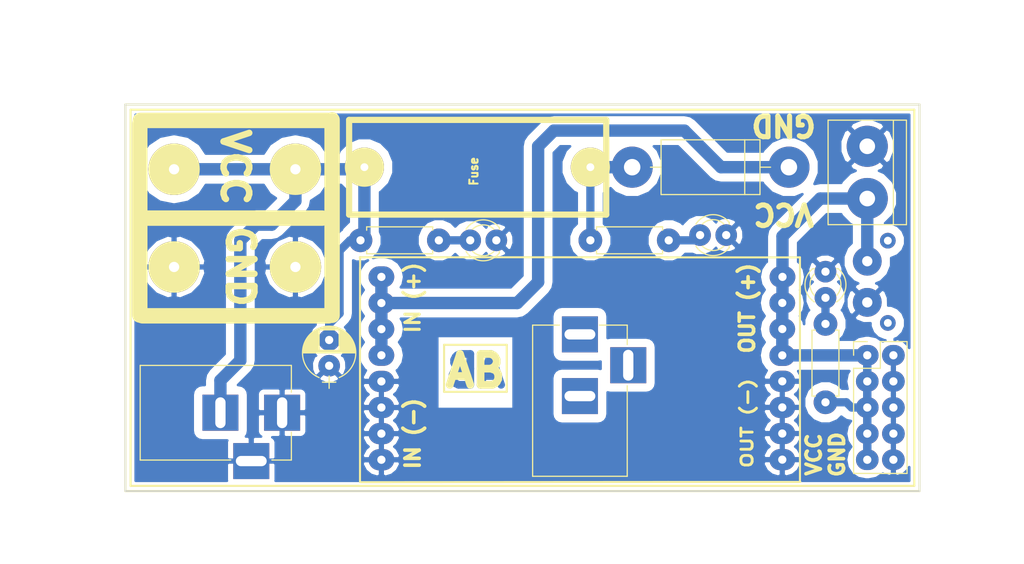
<source format=kicad_pcb>
(kicad_pcb (version 4) (host pcbnew 4.0.7)

  (general
    (links 47)
    (no_connects 0)
    (area 98.476999 79.172999 175.843001 116.915001)
    (thickness 1.6)
    (drawings 24)
    (tracks 53)
    (zones 0)
    (modules 16)
    (nets 9)
  )

  (page A4)
  (layers
    (0 F.Cu signal)
    (31 B.Cu signal)
    (32 B.Adhes user)
    (33 F.Adhes user)
    (34 B.Paste user)
    (35 F.Paste user)
    (36 B.SilkS user)
    (37 F.SilkS user)
    (38 B.Mask user)
    (39 F.Mask user)
    (40 Dwgs.User user)
    (41 Cmts.User user)
    (42 Eco1.User user)
    (43 Eco2.User user)
    (44 Edge.Cuts user)
    (45 Margin user)
    (46 B.CrtYd user)
    (47 F.CrtYd user)
    (48 B.Fab user)
    (49 F.Fab user)
  )

  (setup
    (last_trace_width 1.2)
    (user_trace_width 0.6)
    (user_trace_width 0.8)
    (user_trace_width 1)
    (user_trace_width 1.2)
    (trace_clearance 0.2)
    (zone_clearance 0.8)
    (zone_45_only no)
    (trace_min 0.2)
    (segment_width 0.2)
    (edge_width 0.15)
    (via_size 0.6)
    (via_drill 0.4)
    (via_min_size 0.4)
    (via_min_drill 0.3)
    (uvia_size 0.3)
    (uvia_drill 0.1)
    (uvias_allowed no)
    (uvia_min_size 0.2)
    (uvia_min_drill 0.1)
    (pcb_text_width 0.3)
    (pcb_text_size 1.5 1.5)
    (mod_edge_width 0.15)
    (mod_text_size 1 1)
    (mod_text_width 0.15)
    (pad_size 4 4)
    (pad_drill 1.6)
    (pad_to_mask_clearance 0.2)
    (aux_axis_origin 0 0)
    (visible_elements FFFFFF7F)
    (pcbplotparams
      (layerselection 0x00030_80000001)
      (usegerberextensions false)
      (excludeedgelayer true)
      (linewidth 0.100000)
      (plotframeref false)
      (viasonmask false)
      (mode 1)
      (useauxorigin false)
      (hpglpennumber 1)
      (hpglpenspeed 20)
      (hpglpendiameter 15)
      (hpglpenoverlay 2)
      (psnegative false)
      (psa4output false)
      (plotreference true)
      (plotvalue true)
      (plotinvisibletext false)
      (padsonsilk false)
      (subtractmaskfromsilk false)
      (outputformat 1)
      (mirror false)
      (drillshape 1)
      (scaleselection 1)
      (outputdirectory ""))
  )

  (net 0 "")
  (net 1 GND)
  (net 2 "Net-(C1-Pad2)")
  (net 3 "Net-(D1-Pad2)")
  (net 4 "Net-(D2-Pad2)")
  (net 5 "Net-(D3-Pad1)")
  (net 6 "Net-(D3-Pad2)")
  (net 7 "Net-(D4-Pad2)")
  (net 8 "Net-(J3-Pad3)")

  (net_class Default "This is the default net class."
    (clearance 0.2)
    (trace_width 0.25)
    (via_dia 0.6)
    (via_drill 0.4)
    (uvia_dia 0.3)
    (uvia_drill 0.1)
    (add_net GND)
    (add_net "Net-(C1-Pad2)")
    (add_net "Net-(D1-Pad2)")
    (add_net "Net-(D2-Pad2)")
    (add_net "Net-(D3-Pad1)")
    (add_net "Net-(D3-Pad2)")
    (add_net "Net-(D4-Pad2)")
    (add_net "Net-(J3-Pad3)")
  )

  (module Pin_Headers:Pin_Header_Straight_1x02_Pitch2.54mm (layer F.Cu) (tedit 5C0E5D94) (tstamp 5C0E59BB)
    (at 170.688 94.488)
    (descr "Through hole straight pin header, 1x02, 2.54mm pitch, single row")
    (tags "Through hole pin header THT 1x02 2.54mm single row")
    (path /5C0E48A4)
    (fp_text reference J6 (at 0 -2.33) (layer F.SilkS) hide
      (effects (font (size 1 1) (thickness 0.15)))
    )
    (fp_text value Conn_01x02 (at 0 4.87) (layer F.Fab) hide
      (effects (font (size 1 1) (thickness 0.15)))
    )
    (pad 1 thru_hole circle (at 0 0) (size 2.8 2.8) (drill 1) (layers *.Cu *.Mask)
      (net 8 "Net-(J3-Pad3)"))
    (pad 2 thru_hole circle (at 0 4) (size 2.8 2.8) (drill 1) (layers *.Cu *.Mask)
      (net 1 GND))
    (pad 0 thru_hole circle (at 2 -2) (size 1.524 1.524) (drill 0.762) (layers *.Cu *.Mask))
    (pad 0 thru_hole circle (at 2 6) (size 1.524 1.524) (drill 0.762) (layers *.Cu *.Mask))
  )

  (module Connectors:BARREL_JACK (layer F.Cu) (tedit 5C0E5C6D) (tstamp 5C0E5952)
    (at 113.792 109.22)
    (descr "DC Barrel Jack")
    (tags "Power Jack")
    (path /5C0E4883)
    (fp_text reference J2 (at -8.45 5.75) (layer F.SilkS) hide
      (effects (font (size 1 1) (thickness 0.15)))
    )
    (fp_text value Conn_01x02 (at -6.2 -5.5) (layer F.Fab) hide
      (effects (font (size 1 1) (thickness 0.15)))
    )
    (fp_line (start 1 -4.5) (end 1 -4.75) (layer F.CrtYd) (width 0.05))
    (fp_line (start 1 -4.75) (end -14 -4.75) (layer F.CrtYd) (width 0.05))
    (fp_line (start 1 -4.5) (end 1 -2) (layer F.CrtYd) (width 0.05))
    (fp_line (start 1 -2) (end 2 -2) (layer F.CrtYd) (width 0.05))
    (fp_line (start 2 -2) (end 2 2) (layer F.CrtYd) (width 0.05))
    (fp_line (start 2 2) (end 1 2) (layer F.CrtYd) (width 0.05))
    (fp_line (start 1 2) (end 1 4.75) (layer F.CrtYd) (width 0.05))
    (fp_line (start 1 4.75) (end -1 4.75) (layer F.CrtYd) (width 0.05))
    (fp_line (start -1 4.75) (end -1 6.75) (layer F.CrtYd) (width 0.05))
    (fp_line (start -1 6.75) (end -5 6.75) (layer F.CrtYd) (width 0.05))
    (fp_line (start -5 6.75) (end -5 4.75) (layer F.CrtYd) (width 0.05))
    (fp_line (start -5 4.75) (end -14 4.75) (layer F.CrtYd) (width 0.05))
    (fp_line (start -14 4.75) (end -14 -4.75) (layer F.CrtYd) (width 0.05))
    (fp_line (start -5 4.6) (end -13.8 4.6) (layer F.SilkS) (width 0.12))
    (fp_line (start -13.8 4.6) (end -13.8 -4.6) (layer F.SilkS) (width 0.12))
    (fp_line (start 0.9 1.9) (end 0.9 4.6) (layer F.SilkS) (width 0.12))
    (fp_line (start 0.9 4.6) (end -1 4.6) (layer F.SilkS) (width 0.12))
    (fp_line (start -13.8 -4.6) (end 0.9 -4.6) (layer F.SilkS) (width 0.12))
    (fp_line (start 0.9 -4.6) (end 0.9 -2) (layer F.SilkS) (width 0.12))
    (fp_line (start -10.2 -4.5) (end -10.2 4.5) (layer F.Fab) (width 0.1))
    (fp_line (start -13.7 -4.5) (end -13.7 4.5) (layer F.Fab) (width 0.1))
    (fp_line (start -13.7 4.5) (end 0.8 4.5) (layer F.Fab) (width 0.1))
    (fp_line (start 0.8 4.5) (end 0.8 -4.5) (layer F.Fab) (width 0.1))
    (fp_line (start 0.8 -4.5) (end -13.7 -4.5) (layer F.Fab) (width 0.1))
    (pad 1 thru_hole rect (at 0 0) (size 3.5 3.5) (drill oval 1 3) (layers *.Cu *.Mask)
      (net 1 GND))
    (pad 2 thru_hole rect (at -6 0) (size 3.5 3.5) (drill oval 1 3) (layers *.Cu *.Mask)
      (net 2 "Net-(C1-Pad2)"))
    (pad 1 thru_hole rect (at -3 4.7) (size 3.5 3.5) (drill oval 3 1) (layers *.Cu *.Mask)
      (net 1 GND))
  )

  (module modFiles:Capacitor_10uF (layer F.Cu) (tedit 5C0E5D7F) (tstamp 5C0E58CB)
    (at 118.364 104.648 90)
    (descr "CP, Radial series, Radial, pin pitch=2.50mm, , diameter=5mm, Electrolytic Capacitor")
    (tags "CP Radial series Radial pin pitch 2.50mm  diameter 5mm Electrolytic Capacitor")
    (path /5C0E6043)
    (fp_text reference C1 (at 1.25 -3.56 90) (layer F.SilkS) hide
      (effects (font (size 1 1) (thickness 0.15)))
    )
    (fp_text value C (at 1.25 3.56 90) (layer F.Fab) hide
      (effects (font (size 1 1) (thickness 0.15)))
    )
    (fp_arc (start 1.25 0) (end -1.147436 -0.98) (angle 135.5) (layer F.SilkS) (width 0.12))
    (fp_arc (start 1.25 0) (end -1.147436 0.98) (angle -135.5) (layer F.SilkS) (width 0.12))
    (fp_arc (start 1.25 0) (end 3.647436 -0.98) (angle 44.5) (layer F.SilkS) (width 0.12))
    (fp_circle (center 1.25 0) (end 3.75 0) (layer F.Fab) (width 0.1))
    (fp_line (start -2.2 0) (end -1 0) (layer F.Fab) (width 0.1))
    (fp_line (start -1.6 -0.65) (end -1.6 0.65) (layer F.Fab) (width 0.1))
    (fp_line (start 1.25 -2.55) (end 1.25 2.55) (layer F.SilkS) (width 0.12))
    (fp_line (start 1.29 -2.55) (end 1.29 2.55) (layer F.SilkS) (width 0.12))
    (fp_line (start 1.33 -2.549) (end 1.33 2.549) (layer F.SilkS) (width 0.12))
    (fp_line (start 1.37 -2.548) (end 1.37 2.548) (layer F.SilkS) (width 0.12))
    (fp_line (start 1.41 -2.546) (end 1.41 2.546) (layer F.SilkS) (width 0.12))
    (fp_line (start 1.45 -2.543) (end 1.45 2.543) (layer F.SilkS) (width 0.12))
    (fp_line (start 1.49 -2.539) (end 1.49 2.539) (layer F.SilkS) (width 0.12))
    (fp_line (start 1.53 -2.535) (end 1.53 -0.98) (layer F.SilkS) (width 0.12))
    (fp_line (start 1.53 0.98) (end 1.53 2.535) (layer F.SilkS) (width 0.12))
    (fp_line (start 1.57 -2.531) (end 1.57 -0.98) (layer F.SilkS) (width 0.12))
    (fp_line (start 1.57 0.98) (end 1.57 2.531) (layer F.SilkS) (width 0.12))
    (fp_line (start 1.61 -2.525) (end 1.61 -0.98) (layer F.SilkS) (width 0.12))
    (fp_line (start 1.61 0.98) (end 1.61 2.525) (layer F.SilkS) (width 0.12))
    (fp_line (start 1.65 -2.519) (end 1.65 -0.98) (layer F.SilkS) (width 0.12))
    (fp_line (start 1.65 0.98) (end 1.65 2.519) (layer F.SilkS) (width 0.12))
    (fp_line (start 1.69 -2.513) (end 1.69 -0.98) (layer F.SilkS) (width 0.12))
    (fp_line (start 1.69 0.98) (end 1.69 2.513) (layer F.SilkS) (width 0.12))
    (fp_line (start 1.73 -2.506) (end 1.73 -0.98) (layer F.SilkS) (width 0.12))
    (fp_line (start 1.73 0.98) (end 1.73 2.506) (layer F.SilkS) (width 0.12))
    (fp_line (start 1.77 -2.498) (end 1.77 -0.98) (layer F.SilkS) (width 0.12))
    (fp_line (start 1.77 0.98) (end 1.77 2.498) (layer F.SilkS) (width 0.12))
    (fp_line (start 1.81 -2.489) (end 1.81 -0.98) (layer F.SilkS) (width 0.12))
    (fp_line (start 1.81 0.98) (end 1.81 2.489) (layer F.SilkS) (width 0.12))
    (fp_line (start 1.85 -2.48) (end 1.85 -0.98) (layer F.SilkS) (width 0.12))
    (fp_line (start 1.85 0.98) (end 1.85 2.48) (layer F.SilkS) (width 0.12))
    (fp_line (start 1.89 -2.47) (end 1.89 -0.98) (layer F.SilkS) (width 0.12))
    (fp_line (start 1.89 0.98) (end 1.89 2.47) (layer F.SilkS) (width 0.12))
    (fp_line (start 1.93 -2.46) (end 1.93 -0.98) (layer F.SilkS) (width 0.12))
    (fp_line (start 1.93 0.98) (end 1.93 2.46) (layer F.SilkS) (width 0.12))
    (fp_line (start 1.971 -2.448) (end 1.971 -0.98) (layer F.SilkS) (width 0.12))
    (fp_line (start 1.971 0.98) (end 1.971 2.448) (layer F.SilkS) (width 0.12))
    (fp_line (start 2.011 -2.436) (end 2.011 -0.98) (layer F.SilkS) (width 0.12))
    (fp_line (start 2.011 0.98) (end 2.011 2.436) (layer F.SilkS) (width 0.12))
    (fp_line (start 2.051 -2.424) (end 2.051 -0.98) (layer F.SilkS) (width 0.12))
    (fp_line (start 2.051 0.98) (end 2.051 2.424) (layer F.SilkS) (width 0.12))
    (fp_line (start 2.091 -2.41) (end 2.091 -0.98) (layer F.SilkS) (width 0.12))
    (fp_line (start 2.091 0.98) (end 2.091 2.41) (layer F.SilkS) (width 0.12))
    (fp_line (start 2.131 -2.396) (end 2.131 -0.98) (layer F.SilkS) (width 0.12))
    (fp_line (start 2.131 0.98) (end 2.131 2.396) (layer F.SilkS) (width 0.12))
    (fp_line (start 2.171 -2.382) (end 2.171 -0.98) (layer F.SilkS) (width 0.12))
    (fp_line (start 2.171 0.98) (end 2.171 2.382) (layer F.SilkS) (width 0.12))
    (fp_line (start 2.211 -2.366) (end 2.211 -0.98) (layer F.SilkS) (width 0.12))
    (fp_line (start 2.211 0.98) (end 2.211 2.366) (layer F.SilkS) (width 0.12))
    (fp_line (start 2.251 -2.35) (end 2.251 -0.98) (layer F.SilkS) (width 0.12))
    (fp_line (start 2.251 0.98) (end 2.251 2.35) (layer F.SilkS) (width 0.12))
    (fp_line (start 2.291 -2.333) (end 2.291 -0.98) (layer F.SilkS) (width 0.12))
    (fp_line (start 2.291 0.98) (end 2.291 2.333) (layer F.SilkS) (width 0.12))
    (fp_line (start 2.331 -2.315) (end 2.331 -0.98) (layer F.SilkS) (width 0.12))
    (fp_line (start 2.331 0.98) (end 2.331 2.315) (layer F.SilkS) (width 0.12))
    (fp_line (start 2.371 -2.296) (end 2.371 -0.98) (layer F.SilkS) (width 0.12))
    (fp_line (start 2.371 0.98) (end 2.371 2.296) (layer F.SilkS) (width 0.12))
    (fp_line (start 2.411 -2.276) (end 2.411 -0.98) (layer F.SilkS) (width 0.12))
    (fp_line (start 2.411 0.98) (end 2.411 2.276) (layer F.SilkS) (width 0.12))
    (fp_line (start 2.451 -2.256) (end 2.451 -0.98) (layer F.SilkS) (width 0.12))
    (fp_line (start 2.451 0.98) (end 2.451 2.256) (layer F.SilkS) (width 0.12))
    (fp_line (start 2.491 -2.234) (end 2.491 -0.98) (layer F.SilkS) (width 0.12))
    (fp_line (start 2.491 0.98) (end 2.491 2.234) (layer F.SilkS) (width 0.12))
    (fp_line (start 2.531 -2.212) (end 2.531 -0.98) (layer F.SilkS) (width 0.12))
    (fp_line (start 2.531 0.98) (end 2.531 2.212) (layer F.SilkS) (width 0.12))
    (fp_line (start 2.571 -2.189) (end 2.571 -0.98) (layer F.SilkS) (width 0.12))
    (fp_line (start 2.571 0.98) (end 2.571 2.189) (layer F.SilkS) (width 0.12))
    (fp_line (start 2.611 -2.165) (end 2.611 -0.98) (layer F.SilkS) (width 0.12))
    (fp_line (start 2.611 0.98) (end 2.611 2.165) (layer F.SilkS) (width 0.12))
    (fp_line (start 2.651 -2.14) (end 2.651 -0.98) (layer F.SilkS) (width 0.12))
    (fp_line (start 2.651 0.98) (end 2.651 2.14) (layer F.SilkS) (width 0.12))
    (fp_line (start 2.691 -2.113) (end 2.691 -0.98) (layer F.SilkS) (width 0.12))
    (fp_line (start 2.691 0.98) (end 2.691 2.113) (layer F.SilkS) (width 0.12))
    (fp_line (start 2.731 -2.086) (end 2.731 -0.98) (layer F.SilkS) (width 0.12))
    (fp_line (start 2.731 0.98) (end 2.731 2.086) (layer F.SilkS) (width 0.12))
    (fp_line (start 2.771 -2.058) (end 2.771 -0.98) (layer F.SilkS) (width 0.12))
    (fp_line (start 2.771 0.98) (end 2.771 2.058) (layer F.SilkS) (width 0.12))
    (fp_line (start 2.811 -2.028) (end 2.811 -0.98) (layer F.SilkS) (width 0.12))
    (fp_line (start 2.811 0.98) (end 2.811 2.028) (layer F.SilkS) (width 0.12))
    (fp_line (start 2.851 -1.997) (end 2.851 -0.98) (layer F.SilkS) (width 0.12))
    (fp_line (start 2.851 0.98) (end 2.851 1.997) (layer F.SilkS) (width 0.12))
    (fp_line (start 2.891 -1.965) (end 2.891 -0.98) (layer F.SilkS) (width 0.12))
    (fp_line (start 2.891 0.98) (end 2.891 1.965) (layer F.SilkS) (width 0.12))
    (fp_line (start 2.931 -1.932) (end 2.931 -0.98) (layer F.SilkS) (width 0.12))
    (fp_line (start 2.931 0.98) (end 2.931 1.932) (layer F.SilkS) (width 0.12))
    (fp_line (start 2.971 -1.897) (end 2.971 -0.98) (layer F.SilkS) (width 0.12))
    (fp_line (start 2.971 0.98) (end 2.971 1.897) (layer F.SilkS) (width 0.12))
    (fp_line (start 3.011 -1.861) (end 3.011 -0.98) (layer F.SilkS) (width 0.12))
    (fp_line (start 3.011 0.98) (end 3.011 1.861) (layer F.SilkS) (width 0.12))
    (fp_line (start 3.051 -1.823) (end 3.051 -0.98) (layer F.SilkS) (width 0.12))
    (fp_line (start 3.051 0.98) (end 3.051 1.823) (layer F.SilkS) (width 0.12))
    (fp_line (start 3.091 -1.783) (end 3.091 -0.98) (layer F.SilkS) (width 0.12))
    (fp_line (start 3.091 0.98) (end 3.091 1.783) (layer F.SilkS) (width 0.12))
    (fp_line (start 3.131 -1.742) (end 3.131 -0.98) (layer F.SilkS) (width 0.12))
    (fp_line (start 3.131 0.98) (end 3.131 1.742) (layer F.SilkS) (width 0.12))
    (fp_line (start 3.171 -1.699) (end 3.171 -0.98) (layer F.SilkS) (width 0.12))
    (fp_line (start 3.171 0.98) (end 3.171 1.699) (layer F.SilkS) (width 0.12))
    (fp_line (start 3.211 -1.654) (end 3.211 -0.98) (layer F.SilkS) (width 0.12))
    (fp_line (start 3.211 0.98) (end 3.211 1.654) (layer F.SilkS) (width 0.12))
    (fp_line (start 3.251 -1.606) (end 3.251 -0.98) (layer F.SilkS) (width 0.12))
    (fp_line (start 3.251 0.98) (end 3.251 1.606) (layer F.SilkS) (width 0.12))
    (fp_line (start 3.291 -1.556) (end 3.291 -0.98) (layer F.SilkS) (width 0.12))
    (fp_line (start 3.291 0.98) (end 3.291 1.556) (layer F.SilkS) (width 0.12))
    (fp_line (start 3.331 -1.504) (end 3.331 -0.98) (layer F.SilkS) (width 0.12))
    (fp_line (start 3.331 0.98) (end 3.331 1.504) (layer F.SilkS) (width 0.12))
    (fp_line (start 3.371 -1.448) (end 3.371 -0.98) (layer F.SilkS) (width 0.12))
    (fp_line (start 3.371 0.98) (end 3.371 1.448) (layer F.SilkS) (width 0.12))
    (fp_line (start 3.411 -1.39) (end 3.411 -0.98) (layer F.SilkS) (width 0.12))
    (fp_line (start 3.411 0.98) (end 3.411 1.39) (layer F.SilkS) (width 0.12))
    (fp_line (start 3.451 -1.327) (end 3.451 -0.98) (layer F.SilkS) (width 0.12))
    (fp_line (start 3.451 0.98) (end 3.451 1.327) (layer F.SilkS) (width 0.12))
    (fp_line (start 3.491 -1.261) (end 3.491 1.261) (layer F.SilkS) (width 0.12))
    (fp_line (start 3.531 -1.189) (end 3.531 1.189) (layer F.SilkS) (width 0.12))
    (fp_line (start 3.571 -1.112) (end 3.571 1.112) (layer F.SilkS) (width 0.12))
    (fp_line (start 3.611 -1.028) (end 3.611 1.028) (layer F.SilkS) (width 0.12))
    (fp_line (start 3.651 -0.934) (end 3.651 0.934) (layer F.SilkS) (width 0.12))
    (fp_line (start 3.691 -0.829) (end 3.691 0.829) (layer F.SilkS) (width 0.12))
    (fp_line (start 3.731 -0.707) (end 3.731 0.707) (layer F.SilkS) (width 0.12))
    (fp_line (start 3.771 -0.559) (end 3.771 0.559) (layer F.SilkS) (width 0.12))
    (fp_line (start 3.811 -0.354) (end 3.811 0.354) (layer F.SilkS) (width 0.12))
    (fp_line (start -2.2 0) (end -1 0) (layer F.SilkS) (width 0.12))
    (fp_line (start -1.6 -0.65) (end -1.6 0.65) (layer F.SilkS) (width 0.12))
    (fp_line (start -1.6 -2.85) (end -1.6 2.85) (layer F.CrtYd) (width 0.05))
    (fp_line (start -1.6 2.85) (end 4.1 2.85) (layer F.CrtYd) (width 0.05))
    (fp_line (start 4.1 2.85) (end 4.1 -2.85) (layer F.CrtYd) (width 0.05))
    (fp_line (start 4.1 -2.85) (end -1.6 -2.85) (layer F.CrtYd) (width 0.05))
    (pad 1 thru_hole circle (at 0 0 90) (size 2.1 2.1) (drill 0.8) (layers *.Cu *.Mask)
      (net 1 GND))
    (pad 2 thru_hole circle (at 2.5 0 90) (size 2.1 2.1) (drill 0.8) (layers *.Cu *.Mask)
      (net 2 "Net-(C1-Pad2)"))
    (model Capacitors_THT.3dshapes/CP_Radial_D5.0mm_P2.50mm.wrl
      (at (xyz 0 0 0))
      (scale (xyz 0.393701 0.393701 0.393701))
      (rotate (xyz 0 0 0))
    )
    (model _3D/Used/CP_Radial_D5.0mm_P2.50mm.wrl
      (at (xyz 0 0 0))
      (scale (xyz 0.393701 0.393701 0.393701))
      (rotate (xyz 0 0 0))
    )
  )

  (module modFiles:LED_D3.0mm (layer F.Cu) (tedit 5C0E5C92) (tstamp 5C0E58DE)
    (at 134.62 92.456 180)
    (descr "LED, diameter 3.0mm, 2 pins")
    (tags "LED diameter 3.0mm 2 pins")
    (path /5C0E4CE1)
    (fp_text reference D1 (at 1.27 -2.96 180) (layer F.SilkS) hide
      (effects (font (size 1 1) (thickness 0.15)))
    )
    (fp_text value LED (at 1.27 2.96 180) (layer F.Fab) hide
      (effects (font (size 1 1) (thickness 0.15)))
    )
    (fp_arc (start 1.27 0) (end -0.23 -1.16619) (angle 284.3) (layer F.Fab) (width 0.1))
    (fp_arc (start 1.27 0) (end -0.29 -1.235516) (angle 108.8) (layer F.SilkS) (width 0.12))
    (fp_arc (start 1.27 0) (end -0.29 1.235516) (angle -108.8) (layer F.SilkS) (width 0.12))
    (fp_arc (start 1.27 0) (end 0.229039 -1.08) (angle 87.9) (layer F.SilkS) (width 0.12))
    (fp_arc (start 1.27 0) (end 0.229039 1.08) (angle -87.9) (layer F.SilkS) (width 0.12))
    (fp_circle (center 1.27 0) (end 2.77 0) (layer F.Fab) (width 0.1))
    (fp_line (start -0.23 -1.16619) (end -0.23 1.16619) (layer F.Fab) (width 0.1))
    (fp_line (start -0.29 -1.236) (end -0.29 -1.08) (layer F.SilkS) (width 0.12))
    (fp_line (start -0.29 1.08) (end -0.29 1.236) (layer F.SilkS) (width 0.12))
    (fp_line (start -1.15 -2.25) (end -1.15 2.25) (layer F.CrtYd) (width 0.05))
    (fp_line (start -1.15 2.25) (end 3.7 2.25) (layer F.CrtYd) (width 0.05))
    (fp_line (start 3.7 2.25) (end 3.7 -2.25) (layer F.CrtYd) (width 0.05))
    (fp_line (start 3.7 -2.25) (end -1.15 -2.25) (layer F.CrtYd) (width 0.05))
    (pad 1 thru_hole circle (at 0 0 180) (size 2.1 2.1) (drill 0.8) (layers *.Cu *.Mask)
      (net 1 GND))
    (pad 2 thru_hole circle (at 2.54 0 180) (size 2.1 2.1) (drill 0.8) (layers *.Cu *.Mask)
      (net 3 "Net-(D1-Pad2)"))
    (model _3D/Used/led_3mm_red.wrl
      (at (xyz 0.05 0 0))
      (scale (xyz 1 1 1))
      (rotate (xyz 0 0 90))
    )
  )

  (module modFiles:LED_D3.0mm (layer F.Cu) (tedit 5C0E5CC9) (tstamp 5C0E58F1)
    (at 156.972 91.948 180)
    (descr "LED, diameter 3.0mm, 2 pins")
    (tags "LED diameter 3.0mm 2 pins")
    (path /5C0E4DA4)
    (fp_text reference D2 (at 1.27 -2.96 180) (layer F.SilkS) hide
      (effects (font (size 1 1) (thickness 0.15)))
    )
    (fp_text value LED (at 1.27 2.96 180) (layer F.Fab) hide
      (effects (font (size 1 1) (thickness 0.15)))
    )
    (fp_arc (start 1.27 0) (end -0.23 -1.16619) (angle 284.3) (layer F.Fab) (width 0.1))
    (fp_arc (start 1.27 0) (end -0.29 -1.235516) (angle 108.8) (layer F.SilkS) (width 0.12))
    (fp_arc (start 1.27 0) (end -0.29 1.235516) (angle -108.8) (layer F.SilkS) (width 0.12))
    (fp_arc (start 1.27 0) (end 0.229039 -1.08) (angle 87.9) (layer F.SilkS) (width 0.12))
    (fp_arc (start 1.27 0) (end 0.229039 1.08) (angle -87.9) (layer F.SilkS) (width 0.12))
    (fp_circle (center 1.27 0) (end 2.77 0) (layer F.Fab) (width 0.1))
    (fp_line (start -0.23 -1.16619) (end -0.23 1.16619) (layer F.Fab) (width 0.1))
    (fp_line (start -0.29 -1.236) (end -0.29 -1.08) (layer F.SilkS) (width 0.12))
    (fp_line (start -0.29 1.08) (end -0.29 1.236) (layer F.SilkS) (width 0.12))
    (fp_line (start -1.15 -2.25) (end -1.15 2.25) (layer F.CrtYd) (width 0.05))
    (fp_line (start -1.15 2.25) (end 3.7 2.25) (layer F.CrtYd) (width 0.05))
    (fp_line (start 3.7 2.25) (end 3.7 -2.25) (layer F.CrtYd) (width 0.05))
    (fp_line (start 3.7 -2.25) (end -1.15 -2.25) (layer F.CrtYd) (width 0.05))
    (pad 1 thru_hole circle (at 0 0 180) (size 2.1 2.1) (drill 0.8) (layers *.Cu *.Mask)
      (net 1 GND))
    (pad 2 thru_hole circle (at 2.54 0 180) (size 2.1 2.1) (drill 0.8) (layers *.Cu *.Mask)
      (net 4 "Net-(D2-Pad2)"))
    (model _3D/Used/led_3mm_red.wrl
      (at (xyz 0.05 0 0))
      (scale (xyz 1 1 1))
      (rotate (xyz 0 0 90))
    )
  )

  (module modFiles:Diode_Medium (layer F.Cu) (tedit 5C0E5DF7) (tstamp 5C0E5909)
    (at 163.068 85.344 180)
    (descr "D, DO-201AD series, Axial, Horizontal, pin pitch=15.24mm, , length*diameter=9.5*5.2mm^2, , http://www.diodes.com/_files/packages/DO-201AD.pdf")
    (tags "D DO-201AD series Axial Horizontal pin pitch 15.24mm  length 9.5mm diameter 5.2mm")
    (path /5C0E490F)
    (fp_text reference D3 (at 7.62 -3.66 180) (layer F.SilkS) hide
      (effects (font (size 1 1) (thickness 0.15)))
    )
    (fp_text value D (at 7.62 3.66 180) (layer F.Fab) hide
      (effects (font (size 1 1) (thickness 0.15)))
    )
    (fp_line (start 2.87 -2.6) (end 2.87 2.6) (layer F.Fab) (width 0.1))
    (fp_line (start 2.87 2.6) (end 12.37 2.6) (layer F.Fab) (width 0.1))
    (fp_line (start 12.37 2.6) (end 12.37 -2.6) (layer F.Fab) (width 0.1))
    (fp_line (start 12.37 -2.6) (end 2.87 -2.6) (layer F.Fab) (width 0.1))
    (fp_line (start 0 0) (end 2.87 0) (layer F.Fab) (width 0.1))
    (fp_line (start 15.24 0) (end 12.37 0) (layer F.Fab) (width 0.1))
    (fp_line (start 4.295 -2.6) (end 4.295 2.6) (layer F.Fab) (width 0.1))
    (fp_line (start 2.81 -2.66) (end 2.81 2.66) (layer F.SilkS) (width 0.12))
    (fp_line (start 2.81 2.66) (end 12.43 2.66) (layer F.SilkS) (width 0.12))
    (fp_line (start 12.43 2.66) (end 12.43 -2.66) (layer F.SilkS) (width 0.12))
    (fp_line (start 12.43 -2.66) (end 2.81 -2.66) (layer F.SilkS) (width 0.12))
    (fp_line (start 1.78 0) (end 2.81 0) (layer F.SilkS) (width 0.12))
    (fp_line (start 13.46 0) (end 12.43 0) (layer F.SilkS) (width 0.12))
    (fp_line (start 4.295 -2.66) (end 4.295 2.66) (layer F.SilkS) (width 0.12))
    (fp_line (start -1.85 -2.95) (end -1.85 2.95) (layer F.CrtYd) (width 0.05))
    (fp_line (start -1.85 2.95) (end 17.1 2.95) (layer F.CrtYd) (width 0.05))
    (fp_line (start 17.1 2.95) (end 17.1 -2.95) (layer F.CrtYd) (width 0.05))
    (fp_line (start 17.1 -2.95) (end -1.85 -2.95) (layer F.CrtYd) (width 0.05))
    (pad 1 thru_hole circle (at 0 0 180) (size 4 4) (drill 1.6) (layers *.Cu *.Mask)
      (net 5 "Net-(D3-Pad1)"))
    (pad 2 thru_hole circle (at 15.24 0 180) (size 4 4) (drill 1.6) (layers *.Cu *.Mask)
      (net 6 "Net-(D3-Pad2)"))
    (model _3D/Used/D_DO-15_P10.16mm_Horizontal.wrl
      (at (xyz 0 0 0))
      (scale (xyz 0.6 0.6 0.6))
      (rotate (xyz 0 0 0))
    )
  )

  (module modFiles:LED_D3.0mm (layer F.Cu) (tedit 5C0E5CBB) (tstamp 5C0E591C)
    (at 166.624 95.504 270)
    (descr "LED, diameter 3.0mm, 2 pins")
    (tags "LED diameter 3.0mm 2 pins")
    (path /5C0E52FA)
    (fp_text reference D4 (at 1.27 -2.96 270) (layer F.SilkS) hide
      (effects (font (size 1 1) (thickness 0.15)))
    )
    (fp_text value LED (at 1.27 2.96 270) (layer F.Fab) hide
      (effects (font (size 1 1) (thickness 0.15)))
    )
    (fp_arc (start 1.27 0) (end -0.23 -1.16619) (angle 284.3) (layer F.Fab) (width 0.1))
    (fp_arc (start 1.27 0) (end -0.29 -1.235516) (angle 108.8) (layer F.SilkS) (width 0.12))
    (fp_arc (start 1.27 0) (end -0.29 1.235516) (angle -108.8) (layer F.SilkS) (width 0.12))
    (fp_arc (start 1.27 0) (end 0.229039 -1.08) (angle 87.9) (layer F.SilkS) (width 0.12))
    (fp_arc (start 1.27 0) (end 0.229039 1.08) (angle -87.9) (layer F.SilkS) (width 0.12))
    (fp_circle (center 1.27 0) (end 2.77 0) (layer F.Fab) (width 0.1))
    (fp_line (start -0.23 -1.16619) (end -0.23 1.16619) (layer F.Fab) (width 0.1))
    (fp_line (start -0.29 -1.236) (end -0.29 -1.08) (layer F.SilkS) (width 0.12))
    (fp_line (start -0.29 1.08) (end -0.29 1.236) (layer F.SilkS) (width 0.12))
    (fp_line (start -1.15 -2.25) (end -1.15 2.25) (layer F.CrtYd) (width 0.05))
    (fp_line (start -1.15 2.25) (end 3.7 2.25) (layer F.CrtYd) (width 0.05))
    (fp_line (start 3.7 2.25) (end 3.7 -2.25) (layer F.CrtYd) (width 0.05))
    (fp_line (start 3.7 -2.25) (end -1.15 -2.25) (layer F.CrtYd) (width 0.05))
    (pad 1 thru_hole circle (at 0 0 270) (size 2.1 2.1) (drill 0.8) (layers *.Cu *.Mask)
      (net 1 GND))
    (pad 2 thru_hole circle (at 2.54 0 270) (size 2.1 2.1) (drill 0.8) (layers *.Cu *.Mask)
      (net 7 "Net-(D4-Pad2)"))
    (model _3D/Used/led_3mm_red.wrl
      (at (xyz 0.05 0 0))
      (scale (xyz 1 1 1))
      (rotate (xyz 0 0 90))
    )
  )

  (module modFiles:Fuse_Holder (layer F.Cu) (tedit 5C0E5CAB) (tstamp 5C0E5926)
    (at 132.588 85.852)
    (path /5C0E48D8)
    (fp_text reference F1 (at -4.7371 -6.4516) (layer F.SilkS) hide
      (effects (font (size 1 1) (thickness 0.15)))
    )
    (fp_text value Fuse (at -0.154 -0.098 90) (layer F.SilkS)
      (effects (font (size 0.8 0.8) (thickness 0.2)))
    )
    (fp_line (start -12.2809 -5.1054) (end 12.7191 -5.1054) (layer F.SilkS) (width 0.6))
    (fp_line (start 12.7191 -5.1054) (end 12.7191 4.1046) (layer F.SilkS) (width 0.6))
    (fp_line (start 12.7191 4.1046) (end -12.2809 4.1046) (layer F.SilkS) (width 0.6))
    (fp_line (start -12.2809 4.1046) (end -12.2809 -5.1054) (layer F.SilkS) (width 0.6))
    (pad 1 thru_hole circle (at 11.176 -0.508 90) (size 3.81 3.81) (drill 0.762) (layers *.Cu *.Mask F.SilkS)
      (net 6 "Net-(D3-Pad2)"))
    (pad 2 thru_hole circle (at -10.795 -0.508 90) (size 3.81 3.81) (drill 0.762) (layers *.Cu *.Mask F.SilkS)
      (net 2 "Net-(C1-Pad2)"))
    (model _3D/Used/fuse_cq-200c.wrl
      (at (xyz 0 0.02 0))
      (scale (xyz 1 1 1))
      (rotate (xyz 0 0 90))
    )
  )

  (module modFiles:Solar_Connector locked (layer F.Cu) (tedit 5C0E5C69) (tstamp 5C0E5933)
    (at 108.712 90.424 90)
    (path /5C0E49C1)
    (fp_text reference J1 (at -5.334 -10.2362 90) (layer F.SilkS) hide
      (effects (font (size 1 1) (thickness 0.15)))
    )
    (fp_text value Conn_01x02 (at -8.128 -10.2362 90) (layer F.SilkS) hide
      (effects (font (size 1 1) (thickness 0.15)))
    )
    (fp_line (start -9.2964 -8.763) (end 9.3 -8.763) (layer F.SilkS) (width 1.5))
    (fp_line (start 9.6274 -8.7) (end 9.6274 9.5) (layer F.SilkS) (width 1.5))
    (fp_line (start -9.3218 9.9388) (end 9.6782 9.9388) (layer F.SilkS) (width 1.5))
    (fp_line (start -9.3726 -8.5) (end -9.3726 9.6) (layer F.SilkS) (width 1.5))
    (fp_line (start 0.1274 8.9736) (end 0.1274 -8.0264) (layer F.SilkS) (width 1.5))
    (pad 1 thru_hole oval (at -4.6226 -5.4264 180) (size 5 5) (drill 1) (layers *.Cu *.Mask F.SilkS)
      (net 1 GND))
    (pad 2 thru_hole oval (at 4.8774 -5.4264 180) (size 5 5) (drill 1) (layers *.Cu *.Mask F.SilkS)
      (net 2 "Net-(C1-Pad2)"))
    (pad 1 thru_hole oval (at -4.6226 6.3736 180) (size 5 5) (drill 1) (layers *.Cu *.Mask F.SilkS)
      (net 1 GND))
    (pad 2 thru_hole oval (at 4.8774 6.3736 180) (size 5 5) (drill 1) (layers *.Cu *.Mask F.SilkS)
      (net 2 "Net-(C1-Pad2)"))
  )

  (module modFiles:Buck_Regulator (layer F.Cu) (tedit 5C0E5F3F) (tstamp 5C0E5972)
    (at 123.444 96.012)
    (descr "Through hole straight pin header, 1x16, 2.54mm pitch, single row")
    (tags "Through hole pin header THT 1x16 2.54mm single row")
    (path /5C0E494C)
    (fp_text reference J3 (at -0.14 -3.35) (layer F.SilkS) hide
      (effects (font (size 1 1) (thickness 0.15)))
    )
    (fp_text value Conn_02x02_Odd_Even (at 3.1 -3.425) (layer F.Fab) hide
      (effects (font (size 1 1) (thickness 0.15)))
    )
    (fp_text user "OUT (-)" (at 35.56 14.224 90) (layer F.SilkS)
      (effects (font (size 1.1 1.4) (thickness 0.275)))
    )
    (fp_text user "OUT (+)" (at 35.56 3.048 90) (layer F.SilkS)
      (effects (font (size 1.4 1.4) (thickness 0.35)))
    )
    (fp_text user "IN (-)" (at 3.048 15.24 90) (layer F.SilkS)
      (effects (font (size 1.4 1.4) (thickness 0.35)))
    )
    (fp_text user "IN (+)" (at 3.048 2.032 90) (layer F.SilkS)
      (effects (font (size 1.4 1.4) (thickness 0.3)))
    )
    (fp_line (start 27.87 19.94) (end 40.74 19.94) (layer F.SilkS) (width 0.2))
    (fp_line (start 27.8 -1.9) (end 40.7 -1.9) (layer F.SilkS) (width 0.2))
    (fp_line (start 40.7 -1.9) (end 40.7 19.9) (layer F.SilkS) (width 0.2))
    (fp_line (start 27.7 -1.9) (end 27.9 -1.9) (layer F.SilkS) (width 0.2))
    (fp_line (start -2.08 19.96) (end 27.91 19.94) (layer F.SilkS) (width 0.2))
    (fp_line (start -2.1 -1.91) (end 27.74 -1.91) (layer F.SilkS) (width 0.2))
    (fp_line (start -2.07 -0.93) (end -2.07 -1.92) (layer F.SilkS) (width 0.2))
    (fp_line (start -2.08 -0.9) (end -2.08 19.9) (layer F.SilkS) (width 0.2))
    (pad 3 thru_hole oval (at 38.98 7.63) (size 2.5 2.05) (drill 0.8) (layers *.Cu *.Mask)
      (net 8 "Net-(J3-Pad3)"))
    (pad 1 thru_hole oval (at 0 0) (size 2.5 2.05) (drill 0.8) (layers *.Cu *.Mask)
      (net 5 "Net-(D3-Pad1)"))
    (pad 1 thru_hole oval (at 0 2.54) (size 2.5 2.05) (drill 0.8) (layers *.Cu *.Mask)
      (net 5 "Net-(D3-Pad1)"))
    (pad 1 thru_hole oval (at 0 5.08) (size 2.5 2.05) (drill 0.8) (layers *.Cu *.Mask)
      (net 5 "Net-(D3-Pad1)"))
    (pad 1 thru_hole oval (at 0 7.62) (size 2.5 2.05) (drill 0.8) (layers *.Cu *.Mask)
      (net 5 "Net-(D3-Pad1)"))
    (pad 2 thru_hole oval (at 0 10.16) (size 2.5 2.05) (drill 0.8) (layers *.Cu *.Mask)
      (net 1 GND))
    (pad 2 thru_hole oval (at 0 12.7) (size 2.5 2.05) (drill 0.8) (layers *.Cu *.Mask)
      (net 1 GND))
    (pad 2 thru_hole oval (at 0 15.24) (size 2.5 2.05) (drill 0.8) (layers *.Cu *.Mask)
      (net 1 GND))
    (pad 2 thru_hole oval (at 0 17.78) (size 2.5 2.05) (drill 0.8) (layers *.Cu *.Mask)
      (net 1 GND))
    (pad 3 thru_hole oval (at 39 0) (size 2.5 2.05) (drill 0.8) (layers *.Cu *.Mask)
      (net 8 "Net-(J3-Pad3)"))
    (pad 3 thru_hole oval (at 38.98 2.53) (size 2.5 2.05) (drill 0.8) (layers *.Cu *.Mask)
      (net 8 "Net-(J3-Pad3)"))
    (pad 3 thru_hole oval (at 38.98 5.07) (size 2.5 2.05) (drill 0.8) (layers *.Cu *.Mask)
      (net 8 "Net-(J3-Pad3)"))
    (pad 4 thru_hole oval (at 38.98 10.15) (size 2.5 2.05) (drill 0.8) (layers *.Cu *.Mask)
      (net 1 GND))
    (pad 4 thru_hole oval (at 38.98 12.69) (size 2.5 2.05) (drill 0.8) (layers *.Cu *.Mask)
      (net 1 GND))
    (pad 4 thru_hole oval (at 38.98 15.23) (size 2.5 2.05) (drill 0.8) (layers *.Cu *.Mask)
      (net 1 GND))
    (pad 4 thru_hole oval (at 38.98 17.77) (size 2.5 2.05) (drill 0.8) (layers *.Cu *.Mask)
      (net 1 GND))
  )

  (module Connectors:BARREL_JACK (layer F.Cu) (tedit 5C0E5D6B) (tstamp 5C0E5991)
    (at 142.748 101.6 90)
    (descr "DC Barrel Jack")
    (tags "Power Jack")
    (path /5C0E634B)
    (fp_text reference J4 (at -8.45 5.75 90) (layer F.SilkS) hide
      (effects (font (size 1 1) (thickness 0.15)))
    )
    (fp_text value Conn_01x02 (at -6.2 -5.5 90) (layer F.Fab) hide
      (effects (font (size 1 1) (thickness 0.15)))
    )
    (fp_line (start 1 -4.5) (end 1 -4.75) (layer F.CrtYd) (width 0.05))
    (fp_line (start 1 -4.75) (end -14 -4.75) (layer F.CrtYd) (width 0.05))
    (fp_line (start 1 -4.5) (end 1 -2) (layer F.CrtYd) (width 0.05))
    (fp_line (start 1 -2) (end 2 -2) (layer F.CrtYd) (width 0.05))
    (fp_line (start 2 -2) (end 2 2) (layer F.CrtYd) (width 0.05))
    (fp_line (start 2 2) (end 1 2) (layer F.CrtYd) (width 0.05))
    (fp_line (start 1 2) (end 1 4.75) (layer F.CrtYd) (width 0.05))
    (fp_line (start 1 4.75) (end -1 4.75) (layer F.CrtYd) (width 0.05))
    (fp_line (start -1 4.75) (end -1 6.75) (layer F.CrtYd) (width 0.05))
    (fp_line (start -1 6.75) (end -5 6.75) (layer F.CrtYd) (width 0.05))
    (fp_line (start -5 6.75) (end -5 4.75) (layer F.CrtYd) (width 0.05))
    (fp_line (start -5 4.75) (end -14 4.75) (layer F.CrtYd) (width 0.05))
    (fp_line (start -14 4.75) (end -14 -4.75) (layer F.CrtYd) (width 0.05))
    (fp_line (start -5 4.6) (end -13.8 4.6) (layer F.SilkS) (width 0.12))
    (fp_line (start -13.8 4.6) (end -13.8 -4.6) (layer F.SilkS) (width 0.12))
    (fp_line (start 0.9 1.9) (end 0.9 4.6) (layer F.SilkS) (width 0.12))
    (fp_line (start 0.9 4.6) (end -1 4.6) (layer F.SilkS) (width 0.12))
    (fp_line (start -13.8 -4.6) (end 0.9 -4.6) (layer F.SilkS) (width 0.12))
    (fp_line (start 0.9 -4.6) (end 0.9 -2) (layer F.SilkS) (width 0.12))
    (fp_line (start -10.2 -4.5) (end -10.2 4.5) (layer F.Fab) (width 0.1))
    (fp_line (start -13.7 -4.5) (end -13.7 4.5) (layer F.Fab) (width 0.1))
    (fp_line (start -13.7 4.5) (end 0.8 4.5) (layer F.Fab) (width 0.1))
    (fp_line (start 0.8 4.5) (end 0.8 -4.5) (layer F.Fab) (width 0.1))
    (fp_line (start 0.8 -4.5) (end -13.7 -4.5) (layer F.Fab) (width 0.1))
    (pad 1 thru_hole rect (at 0 0 90) (size 3.5 3.5) (drill oval 1 3) (layers *.Cu *.Mask))
    (pad 2 thru_hole rect (at -6 0 90) (size 3.5 3.5) (drill oval 1 3) (layers *.Cu *.Mask))
    (pad 3 thru_hole rect (at -3 4.7 90) (size 3.5 3.5) (drill oval 3 1) (layers *.Cu *.Mask))
  )

  (module modFiles:bornier2 (layer F.Cu) (tedit 5C0E5D6F) (tstamp 5C0E59A5)
    (at 170.688 88.392 90)
    (descr "Bornier d'alimentation 2 pins")
    (tags DEV)
    (path /5C0E48BE)
    (fp_text reference J5 (at 2.62 -4.92 90) (layer F.SilkS) hide
      (effects (font (size 1 1) (thickness 0.15)))
    )
    (fp_text value Conn_01x02 (at 2.3 9.4 90) (layer F.Fab) hide
      (effects (font (size 1 1) (thickness 0.15)))
    )
    (fp_line (start -2.41 2.55) (end 7.49 2.55) (layer F.Fab) (width 0.1))
    (fp_line (start -2.46 -3.75) (end -2.46 3.75) (layer F.Fab) (width 0.1))
    (fp_line (start -2.46 3.75) (end 7.54 3.75) (layer F.Fab) (width 0.1))
    (fp_line (start 7.54 3.75) (end 7.54 -3.75) (layer F.Fab) (width 0.1))
    (fp_line (start 7.54 -3.75) (end -2.46 -3.75) (layer F.Fab) (width 0.1))
    (fp_line (start 7.62 2.54) (end -2.54 2.54) (layer F.SilkS) (width 0.12))
    (fp_line (start 7.62 3.81) (end 7.62 -3.81) (layer F.SilkS) (width 0.12))
    (fp_line (start 7.62 -3.81) (end -2.54 -3.81) (layer F.SilkS) (width 0.12))
    (fp_line (start -2.54 -3.81) (end -2.54 3.81) (layer F.SilkS) (width 0.12))
    (fp_line (start -2.54 3.81) (end 7.62 3.81) (layer F.SilkS) (width 0.12))
    (fp_line (start -2.71 -4) (end 7.79 -4) (layer F.CrtYd) (width 0.05))
    (fp_line (start -2.71 -4) (end -2.71 4) (layer F.CrtYd) (width 0.05))
    (fp_line (start 7.79 4) (end 7.79 -4) (layer F.CrtYd) (width 0.05))
    (fp_line (start 7.79 4) (end -2.71 4) (layer F.CrtYd) (width 0.05))
    (pad 1 thru_hole circle (at 0 0 90) (size 4 4) (drill 1.52) (layers *.Cu *.Mask)
      (net 8 "Net-(J3-Pad3)"))
    (pad 2 thru_hole circle (at 5.08 0 90) (size 4 4) (drill 1.52) (layers *.Cu *.Mask)
      (net 1 GND))
  )

  (module modFiles:Resistor_small (layer F.Cu) (tedit 5C0E5D63) (tstamp 5C0E59D1)
    (at 121.412 92.456)
    (descr "Resistor, Axial_DIN0207 series, Axial, Horizontal, pin pitch=7.62mm, 0.25W = 1/4W, length*diameter=6.3*2.5mm^2, http://cdn-reichelt.de/documents/datenblatt/B400/1_4W%23YAG.pdf")
    (tags "Resistor Axial_DIN0207 series Axial Horizontal pin pitch 7.62mm 0.25W = 1/4W length 6.3mm diameter 2.5mm")
    (path /5C0E4C3E)
    (fp_text reference R1 (at 3.81 -2.31 90) (layer F.SilkS) hide
      (effects (font (size 1 1) (thickness 0.15)))
    )
    (fp_text value R (at 3.81 2.31) (layer F.Fab) hide
      (effects (font (size 1 1) (thickness 0.15)))
    )
    (fp_line (start 0.66 -1.25) (end 0.66 1.25) (layer F.Fab) (width 0.1))
    (fp_line (start 0.66 1.25) (end 6.96 1.25) (layer F.Fab) (width 0.1))
    (fp_line (start 6.96 1.25) (end 6.96 -1.25) (layer F.Fab) (width 0.1))
    (fp_line (start 6.96 -1.25) (end 0.66 -1.25) (layer F.Fab) (width 0.1))
    (fp_line (start 0 0) (end 0.66 0) (layer F.Fab) (width 0.1))
    (fp_line (start 7.62 0) (end 6.96 0) (layer F.Fab) (width 0.1))
    (fp_line (start 0.6 -0.98) (end 0.6 -1.31) (layer F.SilkS) (width 0.12))
    (fp_line (start 0.6 -1.31) (end 7.02 -1.31) (layer F.SilkS) (width 0.12))
    (fp_line (start 7.02 -1.31) (end 7.02 -0.98) (layer F.SilkS) (width 0.12))
    (fp_line (start 0.6 0.98) (end 0.6 1.31) (layer F.SilkS) (width 0.12))
    (fp_line (start 0.6 1.31) (end 7.02 1.31) (layer F.SilkS) (width 0.12))
    (fp_line (start 7.02 1.31) (end 7.02 0.98) (layer F.SilkS) (width 0.12))
    (fp_line (start -1.05 -1.6) (end -1.05 1.6) (layer F.CrtYd) (width 0.05))
    (fp_line (start -1.05 1.6) (end 8.7 1.6) (layer F.CrtYd) (width 0.05))
    (fp_line (start 8.7 1.6) (end 8.7 -1.6) (layer F.CrtYd) (width 0.05))
    (fp_line (start 8.7 -1.6) (end -1.05 -1.6) (layer F.CrtYd) (width 0.05))
    (pad 1 thru_hole circle (at 0 0) (size 2.3 2.3) (drill 0.8) (layers *.Cu *.Mask)
      (net 2 "Net-(C1-Pad2)"))
    (pad 2 thru_hole circle (at 7.62 0) (size 2.3 2.3) (drill 0.8) (layers *.Cu *.Mask)
      (net 3 "Net-(D1-Pad2)"))
    (model _3D/Used/R_Axial_DIN0207_L6.3mm_D2.5mm_P7.62mm_Horizontal.wrl
      (at (xyz 0 0 0))
      (scale (xyz 0.393701 0.393701 0.393701))
      (rotate (xyz 0 0 0))
    )
  )

  (module modFiles:Resistor_small (layer F.Cu) (tedit 5C0E5C8C) (tstamp 5C0E59E7)
    (at 143.764 92.456)
    (descr "Resistor, Axial_DIN0207 series, Axial, Horizontal, pin pitch=7.62mm, 0.25W = 1/4W, length*diameter=6.3*2.5mm^2, http://cdn-reichelt.de/documents/datenblatt/B400/1_4W%23YAG.pdf")
    (tags "Resistor Axial_DIN0207 series Axial Horizontal pin pitch 7.62mm 0.25W = 1/4W length 6.3mm diameter 2.5mm")
    (path /5C0E4C99)
    (fp_text reference R2 (at 3.81 -2.31) (layer F.SilkS) hide
      (effects (font (size 1 1) (thickness 0.15)))
    )
    (fp_text value R (at 3.81 2.31) (layer F.Fab) hide
      (effects (font (size 1 1) (thickness 0.15)))
    )
    (fp_line (start 0.66 -1.25) (end 0.66 1.25) (layer F.Fab) (width 0.1))
    (fp_line (start 0.66 1.25) (end 6.96 1.25) (layer F.Fab) (width 0.1))
    (fp_line (start 6.96 1.25) (end 6.96 -1.25) (layer F.Fab) (width 0.1))
    (fp_line (start 6.96 -1.25) (end 0.66 -1.25) (layer F.Fab) (width 0.1))
    (fp_line (start 0 0) (end 0.66 0) (layer F.Fab) (width 0.1))
    (fp_line (start 7.62 0) (end 6.96 0) (layer F.Fab) (width 0.1))
    (fp_line (start 0.6 -0.98) (end 0.6 -1.31) (layer F.SilkS) (width 0.12))
    (fp_line (start 0.6 -1.31) (end 7.02 -1.31) (layer F.SilkS) (width 0.12))
    (fp_line (start 7.02 -1.31) (end 7.02 -0.98) (layer F.SilkS) (width 0.12))
    (fp_line (start 0.6 0.98) (end 0.6 1.31) (layer F.SilkS) (width 0.12))
    (fp_line (start 0.6 1.31) (end 7.02 1.31) (layer F.SilkS) (width 0.12))
    (fp_line (start 7.02 1.31) (end 7.02 0.98) (layer F.SilkS) (width 0.12))
    (fp_line (start -1.05 -1.6) (end -1.05 1.6) (layer F.CrtYd) (width 0.05))
    (fp_line (start -1.05 1.6) (end 8.7 1.6) (layer F.CrtYd) (width 0.05))
    (fp_line (start 8.7 1.6) (end 8.7 -1.6) (layer F.CrtYd) (width 0.05))
    (fp_line (start 8.7 -1.6) (end -1.05 -1.6) (layer F.CrtYd) (width 0.05))
    (pad 1 thru_hole circle (at 0 0) (size 2.3 2.3) (drill 0.8) (layers *.Cu *.Mask)
      (net 6 "Net-(D3-Pad2)"))
    (pad 2 thru_hole circle (at 7.62 0) (size 2.3 2.3) (drill 0.8) (layers *.Cu *.Mask)
      (net 4 "Net-(D2-Pad2)"))
    (model _3D/Used/R_Axial_DIN0207_L6.3mm_D2.5mm_P7.62mm_Horizontal.wrl
      (at (xyz 0 0 0))
      (scale (xyz 0.393701 0.393701 0.393701))
      (rotate (xyz 0 0 0))
    )
  )

  (module modFiles:Resistor_small (layer F.Cu) (tedit 5C0E5CC3) (tstamp 5C0E59FD)
    (at 166.624 108.204 90)
    (descr "Resistor, Axial_DIN0207 series, Axial, Horizontal, pin pitch=7.62mm, 0.25W = 1/4W, length*diameter=6.3*2.5mm^2, http://cdn-reichelt.de/documents/datenblatt/B400/1_4W%23YAG.pdf")
    (tags "Resistor Axial_DIN0207 series Axial Horizontal pin pitch 7.62mm 0.25W = 1/4W length 6.3mm diameter 2.5mm")
    (path /5C0E52A4)
    (fp_text reference R3 (at 3.81 -2.31 90) (layer F.SilkS) hide
      (effects (font (size 1 1) (thickness 0.15)))
    )
    (fp_text value R (at 3.81 2.31 90) (layer F.Fab) hide
      (effects (font (size 1 1) (thickness 0.15)))
    )
    (fp_line (start 0.66 -1.25) (end 0.66 1.25) (layer F.Fab) (width 0.1))
    (fp_line (start 0.66 1.25) (end 6.96 1.25) (layer F.Fab) (width 0.1))
    (fp_line (start 6.96 1.25) (end 6.96 -1.25) (layer F.Fab) (width 0.1))
    (fp_line (start 6.96 -1.25) (end 0.66 -1.25) (layer F.Fab) (width 0.1))
    (fp_line (start 0 0) (end 0.66 0) (layer F.Fab) (width 0.1))
    (fp_line (start 7.62 0) (end 6.96 0) (layer F.Fab) (width 0.1))
    (fp_line (start 0.6 -0.98) (end 0.6 -1.31) (layer F.SilkS) (width 0.12))
    (fp_line (start 0.6 -1.31) (end 7.02 -1.31) (layer F.SilkS) (width 0.12))
    (fp_line (start 7.02 -1.31) (end 7.02 -0.98) (layer F.SilkS) (width 0.12))
    (fp_line (start 0.6 0.98) (end 0.6 1.31) (layer F.SilkS) (width 0.12))
    (fp_line (start 0.6 1.31) (end 7.02 1.31) (layer F.SilkS) (width 0.12))
    (fp_line (start 7.02 1.31) (end 7.02 0.98) (layer F.SilkS) (width 0.12))
    (fp_line (start -1.05 -1.6) (end -1.05 1.6) (layer F.CrtYd) (width 0.05))
    (fp_line (start -1.05 1.6) (end 8.7 1.6) (layer F.CrtYd) (width 0.05))
    (fp_line (start 8.7 1.6) (end 8.7 -1.6) (layer F.CrtYd) (width 0.05))
    (fp_line (start 8.7 -1.6) (end -1.05 -1.6) (layer F.CrtYd) (width 0.05))
    (pad 1 thru_hole circle (at 0 0 90) (size 2.3 2.3) (drill 0.8) (layers *.Cu *.Mask)
      (net 8 "Net-(J3-Pad3)"))
    (pad 2 thru_hole circle (at 7.62 0 90) (size 2.3 2.3) (drill 0.8) (layers *.Cu *.Mask)
      (net 7 "Net-(D4-Pad2)"))
    (model _3D/Used/R_Axial_DIN0207_L6.3mm_D2.5mm_P7.62mm_Horizontal.wrl
      (at (xyz 0 0 0))
      (scale (xyz 0.393701 0.393701 0.393701))
      (rotate (xyz 0 0 0))
    )
  )

  (module Pin_Headers:Pin_Header_Straight_2x05_Pitch2.54mm (layer F.Cu) (tedit 5C0E5D98) (tstamp 5C114915)
    (at 170.688 103.632)
    (descr "Through hole straight pin header, 2x05, 2.54mm pitch, double rows")
    (tags "Through hole pin header THT 2x05 2.54mm double row")
    (path /5C0E72D8)
    (fp_text reference J7 (at 1.27 -2.33) (layer F.SilkS) hide
      (effects (font (size 1 1) (thickness 0.15)))
    )
    (fp_text value Conn_02x05_Odd_Even (at 1.27 12.49) (layer F.Fab) hide
      (effects (font (size 1 1) (thickness 0.15)))
    )
    (fp_line (start 0 -1.27) (end 3.81 -1.27) (layer F.Fab) (width 0.1))
    (fp_line (start 3.81 -1.27) (end 3.81 11.43) (layer F.Fab) (width 0.1))
    (fp_line (start 3.81 11.43) (end -1.27 11.43) (layer F.Fab) (width 0.1))
    (fp_line (start -1.27 11.43) (end -1.27 0) (layer F.Fab) (width 0.1))
    (fp_line (start -1.27 0) (end 0 -1.27) (layer F.Fab) (width 0.1))
    (fp_line (start -1.33 11.49) (end 3.87 11.49) (layer F.SilkS) (width 0.12))
    (fp_line (start -1.33 1.27) (end -1.33 11.49) (layer F.SilkS) (width 0.12))
    (fp_line (start 3.87 -1.33) (end 3.87 11.49) (layer F.SilkS) (width 0.12))
    (fp_line (start -1.33 1.27) (end 1.27 1.27) (layer F.SilkS) (width 0.12))
    (fp_line (start 1.27 1.27) (end 1.27 -1.33) (layer F.SilkS) (width 0.12))
    (fp_line (start 1.27 -1.33) (end 3.87 -1.33) (layer F.SilkS) (width 0.12))
    (fp_line (start -1.33 0) (end -1.33 -1.33) (layer F.SilkS) (width 0.12))
    (fp_line (start -1.33 -1.33) (end 0 -1.33) (layer F.SilkS) (width 0.12))
    (fp_line (start -1.8 -1.8) (end -1.8 11.95) (layer F.CrtYd) (width 0.05))
    (fp_line (start -1.8 11.95) (end 4.35 11.95) (layer F.CrtYd) (width 0.05))
    (fp_line (start 4.35 11.95) (end 4.35 -1.8) (layer F.CrtYd) (width 0.05))
    (fp_line (start 4.35 -1.8) (end -1.8 -1.8) (layer F.CrtYd) (width 0.05))
    (fp_text user %R (at 1.27 5.08 90) (layer F.Fab)
      (effects (font (size 1 1) (thickness 0.15)))
    )
    (pad 1 thru_hole oval (at 0 0) (size 2.2 2) (drill 0.8) (layers *.Cu *.Mask)
      (net 8 "Net-(J3-Pad3)"))
    (pad 2 thru_hole oval (at 2.54 0) (size 2.2 2) (drill 0.8) (layers *.Cu *.Mask)
      (net 1 GND))
    (pad 3 thru_hole oval (at 0 2.54) (size 2.2 2) (drill 0.8) (layers *.Cu *.Mask)
      (net 8 "Net-(J3-Pad3)"))
    (pad 4 thru_hole oval (at 2.54 2.54) (size 2.2 2) (drill 0.8) (layers *.Cu *.Mask)
      (net 1 GND))
    (pad 5 thru_hole oval (at 0 5.08) (size 2.2 2) (drill 0.8) (layers *.Cu *.Mask)
      (net 8 "Net-(J3-Pad3)"))
    (pad 6 thru_hole oval (at 2.54 5.08) (size 2.2 2) (drill 0.8) (layers *.Cu *.Mask)
      (net 1 GND))
    (pad 7 thru_hole oval (at 0 7.62) (size 2.2 2) (drill 0.8) (layers *.Cu *.Mask)
      (net 8 "Net-(J3-Pad3)"))
    (pad 8 thru_hole oval (at 2.54 7.62) (size 2.2 2) (drill 0.8) (layers *.Cu *.Mask)
      (net 1 GND))
    (pad 9 thru_hole oval (at 0 10.16) (size 2.2 2) (drill 0.8) (layers *.Cu *.Mask)
      (net 8 "Net-(J3-Pad3)"))
    (pad 10 thru_hole oval (at 2.54 10.16) (size 2.2 2) (drill 0.8) (layers *.Cu *.Mask)
      (net 1 GND))
    (model ${KISYS3DMOD}/Pin_Headers.3dshapes/Pin_Header_Straight_2x05_Pitch2.54mm.wrl
      (at (xyz 0 0 0))
      (scale (xyz 1 1 1))
      (rotate (xyz 0 0 0))
    )
  )

  (gr_text AB (at 132.588 105.156) (layer B.Cu)
    (effects (font (size 3 3) (thickness 0.75)) (justify mirror))
  )
  (gr_line (start 129.54 107.188) (end 129.54 102.616) (angle 90) (layer F.SilkS) (width 0.2))
  (gr_line (start 135.636 107.188) (end 129.54 107.188) (angle 90) (layer F.SilkS) (width 0.2))
  (gr_line (start 135.636 102.616) (end 135.636 107.188) (angle 90) (layer F.SilkS) (width 0.2))
  (gr_line (start 129.54 102.616) (end 135.636 102.616) (angle 90) (layer F.SilkS) (width 0.2))
  (gr_text AB (at 132.588 105.156) (layer F.SilkS)
    (effects (font (size 3 3) (thickness 0.75)))
  )
  (gr_text "VCC\nGND\n" (at 166.624 113.284 90) (layer F.SilkS)
    (effects (font (size 1.4 1.4) (thickness 0.35)))
  )
  (gr_text GND (at 162.56 81.28 180) (layer F.SilkS)
    (effects (font (size 2 2) (thickness 0.5)))
  )
  (gr_text VCC (at 162.56 89.916 180) (layer F.SilkS)
    (effects (font (size 2 2) (thickness 0.5)))
  )
  (gr_text GND (at 109.728 94.996 270) (layer F.SilkS)
    (effects (font (size 2.5 2.5) (thickness 0.625)))
  )
  (gr_text "VCC\n" (at 109.22 85.344 270) (layer F.SilkS)
    (effects (font (size 2.5 2.5) (thickness 0.625)))
  )
  (gr_line (start 99.06 116.332) (end 99.06 79.756) (angle 90) (layer F.SilkS) (width 0.2))
  (gr_line (start 175.26 116.332) (end 99.06 116.332) (angle 90) (layer F.SilkS) (width 0.2))
  (gr_line (start 175.26 79.756) (end 175.26 116.332) (angle 90) (layer F.SilkS) (width 0.2))
  (gr_line (start 99.06 79.756) (end 175.26 79.756) (angle 90) (layer F.SilkS) (width 0.2))
  (gr_line (start 98.552 116.84) (end 98.552 79.248) (angle 90) (layer F.SilkS) (width 0.2))
  (gr_line (start 175.768 116.84) (end 98.552 116.84) (angle 90) (layer F.SilkS) (width 0.2))
  (gr_line (start 175.768 79.248) (end 175.768 116.84) (angle 90) (layer F.SilkS) (width 0.2))
  (gr_line (start 98.552 79.248) (end 175.768 79.248) (angle 90) (layer F.SilkS) (width 0.2))
  (gr_line (start 98.552 116.84) (end 98.552 79.248) (angle 90) (layer Edge.Cuts) (width 0.15))
  (gr_line (start 175.768 116.84) (end 98.552 116.84) (angle 90) (layer Edge.Cuts) (width 0.15))
  (gr_line (start 175.768 116.332) (end 175.768 116.84) (angle 90) (layer Edge.Cuts) (width 0.15))
  (gr_line (start 175.768 79.248) (end 175.768 116.332) (angle 90) (layer Edge.Cuts) (width 0.15))
  (gr_line (start 98.552 79.248) (end 175.768 79.248) (angle 90) (layer Edge.Cuts) (width 0.15))

  (segment (start 121.412 92.456) (end 120.396 92.456) (width 0.8) (layer B.Cu) (net 2))
  (segment (start 120.396 92.456) (end 119.38 93.472) (width 0.8) (layer B.Cu) (net 2) (tstamp 5C114A3D))
  (segment (start 118.364 100.584) (end 118.364 102.148) (width 0.8) (layer B.Cu) (net 2) (tstamp 5C114A40))
  (segment (start 119.38 99.568) (end 118.364 100.584) (width 0.8) (layer B.Cu) (net 2) (tstamp 5C114A3F))
  (segment (start 119.38 93.472) (end 119.38 99.568) (width 0.8) (layer B.Cu) (net 2) (tstamp 5C114A3E))
  (segment (start 115.0856 85.5466) (end 115.0856 88.6224) (width 1.2) (layer B.Cu) (net 2))
  (segment (start 107.792 106.076) (end 107.792 109.22) (width 1.2) (layer B.Cu) (net 2) (tstamp 5C114A3A))
  (segment (start 109.728 104.14) (end 107.792 106.076) (width 1.2) (layer B.Cu) (net 2) (tstamp 5C114A39))
  (segment (start 109.728 92.456) (end 109.728 104.14) (width 1.2) (layer B.Cu) (net 2) (tstamp 5C114A38))
  (segment (start 111.252 90.932) (end 109.728 92.456) (width 1.2) (layer B.Cu) (net 2) (tstamp 5C114A37))
  (segment (start 112.776 90.932) (end 111.252 90.932) (width 1.2) (layer B.Cu) (net 2) (tstamp 5C114A36))
  (segment (start 115.0856 88.6224) (end 112.776 90.932) (width 1.2) (layer B.Cu) (net 2) (tstamp 5C114A35))
  (segment (start 103.2856 85.5466) (end 103.2856 86.9336) (width 1.2) (layer B.Cu) (net 2))
  (segment (start 121.793 85.344) (end 121.793 92.075) (width 1.2) (layer B.Cu) (net 2))
  (segment (start 121.793 92.075) (end 121.412 92.456) (width 1.2) (layer B.Cu) (net 2) (tstamp 5C114A1C))
  (segment (start 115.0856 85.5466) (end 121.5904 85.5466) (width 1.2) (layer B.Cu) (net 2))
  (segment (start 121.5904 85.5466) (end 121.793 85.344) (width 1.2) (layer B.Cu) (net 2) (tstamp 5C114A19))
  (segment (start 103.2856 85.5466) (end 115.0856 85.5466) (width 1.2) (layer B.Cu) (net 2))
  (segment (start 129.032 92.456) (end 132.08 92.456) (width 0.8) (layer B.Cu) (net 3))
  (segment (start 151.384 92.456) (end 153.924 92.456) (width 0.8) (layer B.Cu) (net 4))
  (segment (start 153.924 92.456) (end 154.432 91.948) (width 0.8) (layer B.Cu) (net 4) (tstamp 5C114AA0))
  (segment (start 123.444 101.092) (end 123.444 103.632) (width 1.2) (layer B.Cu) (net 5))
  (segment (start 123.444 98.552) (end 123.444 101.092) (width 1.2) (layer B.Cu) (net 5))
  (segment (start 123.444 96.012) (end 123.444 98.552) (width 1.2) (layer B.Cu) (net 5))
  (segment (start 163.068 85.344) (end 156.464 85.344) (width 1.2) (layer B.Cu) (net 5) (status 400000))
  (segment (start 136.652 98.552) (end 123.444 98.552) (width 1.2) (layer B.Cu) (net 5) (tstamp 5C114A70))
  (segment (start 138.684 96.52) (end 136.652 98.552) (width 1.2) (layer B.Cu) (net 5) (tstamp 5C114A6F))
  (segment (start 138.684 83.312) (end 138.684 96.52) (width 1.2) (layer B.Cu) (net 5) (tstamp 5C114A6E))
  (segment (start 140.208 81.788) (end 138.684 83.312) (width 1.2) (layer B.Cu) (net 5) (tstamp 5C114A6D))
  (segment (start 152.908 81.788) (end 140.208 81.788) (width 1.2) (layer B.Cu) (net 5) (tstamp 5C114A6C))
  (segment (start 156.464 85.344) (end 152.908 81.788) (width 1.2) (layer B.Cu) (net 5) (tstamp 5C114A6B))
  (segment (start 143.764 85.344) (end 143.764 92.456) (width 0.8) (layer B.Cu) (net 6))
  (segment (start 143.764 85.344) (end 147.828 85.344) (width 1.2) (layer B.Cu) (net 6))
  (segment (start 143.764 85.344) (end 143.764 84.328) (width 0.8) (layer B.Cu) (net 6))
  (segment (start 166.624 98.044) (end 166.624 100.584) (width 0.8) (layer B.Cu) (net 7))
  (segment (start 170.688 88.392) (end 170.688 94.488) (width 1.2) (layer B.Cu) (net 8) (status C00000))
  (segment (start 162.444 96.012) (end 162.444 92.064) (width 1.2) (layer B.Cu) (net 8) (status 400000))
  (segment (start 166.116 88.392) (end 170.688 88.392) (width 1.2) (layer B.Cu) (net 8) (tstamp 5C114C92) (status 800000))
  (segment (start 162.444 92.064) (end 166.116 88.392) (width 1.2) (layer B.Cu) (net 8) (tstamp 5C114C91))
  (segment (start 166.624 108.204) (end 168.656 108.204) (width 0.8) (layer B.Cu) (net 8))
  (segment (start 169.164 108.712) (end 170.688 108.712) (width 0.8) (layer B.Cu) (net 8) (tstamp 5C114A8E))
  (segment (start 168.656 108.204) (end 169.164 108.712) (width 0.8) (layer B.Cu) (net 8) (tstamp 5C114A8D))
  (segment (start 170.688 111.252) (end 170.688 113.792) (width 0.8) (layer B.Cu) (net 8))
  (segment (start 170.688 108.712) (end 170.688 111.252) (width 0.8) (layer B.Cu) (net 8))
  (segment (start 170.688 106.172) (end 170.688 108.712) (width 0.8) (layer B.Cu) (net 8))
  (segment (start 170.688 103.632) (end 170.688 106.172) (width 0.8) (layer B.Cu) (net 8))
  (segment (start 170.688 103.632) (end 170.688 113.792) (width 0.8) (layer B.Cu) (net 8))
  (segment (start 162.424 103.642) (end 170.678 103.642) (width 1.2) (layer B.Cu) (net 8))
  (segment (start 170.678 103.642) (end 170.688 103.632) (width 1.2) (layer B.Cu) (net 8) (tstamp 5C114A80))
  (segment (start 162.424 101.082) (end 162.424 103.642) (width 1.2) (layer B.Cu) (net 8))
  (segment (start 162.424 98.542) (end 162.424 101.082) (width 1.2) (layer B.Cu) (net 8))
  (segment (start 162.444 96.012) (end 162.444 98.522) (width 1.2) (layer B.Cu) (net 8))
  (segment (start 162.444 98.522) (end 162.424 98.542) (width 1.2) (layer B.Cu) (net 8) (tstamp 5C114A79))

  (zone (net 1) (net_name GND) (layer B.Cu) (tstamp 5C114A15) (hatch edge 0.508)
    (connect_pads (clearance 0.8))
    (min_thickness 0.254)
    (fill yes (arc_segments 16) (thermal_gap 0.508) (thermal_bridge_width 0.508))
    (polygon
      (pts
        (xy 185.928 69.596) (xy 185.928 123.952) (xy 86.36 123.952) (xy 88.392 69.088) (xy 91.44 69.088)
      )
    )
    (filled_polygon
      (pts
        (xy 174.766 102.915115) (xy 174.665766 102.693429) (xy 174.204759 102.252933) (xy 173.610274 102.022387) (xy 173.355002 102.156796)
        (xy 173.355002 102.0399) (xy 173.643491 101.920699) (xy 174.119029 101.445991) (xy 174.376706 100.825437) (xy 174.377292 100.153511)
        (xy 174.120699 99.532509) (xy 173.645991 99.056971) (xy 173.025437 98.799294) (xy 172.730329 98.799037) (xy 172.713614 98.038591)
        (xy 172.438106 97.373455) (xy 172.129724 97.225882) (xy 170.867605 98.488) (xy 170.881748 98.502142) (xy 170.702142 98.681748)
        (xy 170.688 98.667605) (xy 169.425882 99.929724) (xy 169.573455 100.238106) (xy 170.328031 100.531405) (xy 170.998975 100.516657)
        (xy 170.998708 100.822489) (xy 171.255301 101.443491) (xy 171.730009 101.919029) (xy 172.350563 102.176706) (xy 172.447581 102.176791)
        (xy 172.251241 102.252933) (xy 172.207333 102.294888) (xy 172.190306 102.269405) (xy 171.565142 101.851684) (xy 170.827711 101.705)
        (xy 170.548289 101.705) (xy 169.810858 101.851684) (xy 169.416778 102.115) (xy 168.030214 102.115) (xy 168.383768 101.762062)
        (xy 168.700639 100.998953) (xy 168.70136 100.172672) (xy 168.385822 99.409011) (xy 168.220674 99.243575) (xy 168.299042 99.165343)
        (xy 168.600656 98.438975) (xy 168.600927 98.128031) (xy 168.644595 98.128031) (xy 168.662386 98.937409) (xy 168.937894 99.602545)
        (xy 169.246276 99.750118) (xy 170.508395 98.488) (xy 169.246276 97.225882) (xy 168.937894 97.373455) (xy 168.644595 98.128031)
        (xy 168.600927 98.128031) (xy 168.601343 97.652476) (xy 168.300997 96.925582) (xy 167.867978 96.491807) (xy 168.084745 96.408313)
        (xy 168.319619 95.780474) (xy 168.296349 95.110544) (xy 168.084745 94.599687) (xy 167.812703 94.494902) (xy 166.803605 95.504)
        (xy 166.817748 95.518143) (xy 166.638143 95.697748) (xy 166.624 95.683605) (xy 166.609858 95.697748) (xy 166.430253 95.518143)
        (xy 166.444395 95.504) (xy 165.435297 94.494902) (xy 165.163255 94.599687) (xy 164.928381 95.227526) (xy 164.951651 95.897456)
        (xy 165.163255 96.408313) (xy 165.38041 96.491957) (xy 164.948958 96.922657) (xy 164.647344 97.649025) (xy 164.646657 98.435524)
        (xy 164.947003 99.162418) (xy 165.027449 99.243005) (xy 164.864232 99.405938) (xy 164.547361 100.169047) (xy 164.546988 100.596049)
        (xy 164.495063 100.335002) (xy 164.145604 99.812) (xy 164.495063 99.288998) (xy 164.64365 98.542) (xy 164.495063 97.795002)
        (xy 164.158944 97.291966) (xy 164.515063 96.758998) (xy 164.66365 96.012) (xy 164.515063 95.265002) (xy 164.091922 94.631728)
        (xy 163.971 94.55093) (xy 163.971 94.315297) (xy 165.614902 94.315297) (xy 166.624 95.324395) (xy 167.633098 94.315297)
        (xy 167.528313 94.043255) (xy 166.900474 93.808381) (xy 166.230544 93.831651) (xy 165.719687 94.043255) (xy 165.614902 94.315297)
        (xy 163.971 94.315297) (xy 163.971 92.696504) (xy 166.748504 89.919) (xy 168.151926 89.919) (xy 168.205164 90.047846)
        (xy 169.027823 90.871943) (xy 169.161 90.927243) (xy 169.161 92.72433) (xy 168.716415 93.168139) (xy 168.361404 94.0231)
        (xy 168.360597 94.948838) (xy 168.714115 95.804418) (xy 169.368139 96.459585) (xy 169.806205 96.641486) (xy 169.573455 96.737894)
        (xy 169.425882 97.046276) (xy 170.688 98.308395) (xy 171.950118 97.046276) (xy 171.802545 96.737894) (xy 171.562365 96.644537)
        (xy 172.004418 96.461885) (xy 172.659585 95.807861) (xy 173.014596 94.9529) (xy 173.015272 94.177286) (xy 173.022489 94.177292)
        (xy 173.643491 93.920699) (xy 174.119029 93.445991) (xy 174.376706 92.825437) (xy 174.377292 92.153511) (xy 174.120699 91.532509)
        (xy 173.645991 91.056971) (xy 173.025437 90.799294) (xy 172.420049 90.798766) (xy 173.167943 90.052177) (xy 173.61449 88.976771)
        (xy 173.615507 87.812338) (xy 173.170836 86.736154) (xy 172.348177 85.912057) (xy 171.828359 85.69621) (xy 172.162647 85.557743)
        (xy 172.383416 85.187022) (xy 170.688 83.491605) (xy 168.992584 85.187022) (xy 169.213353 85.557743) (xy 169.551417 85.694608)
        (xy 169.032154 85.909164) (xy 168.208057 86.731823) (xy 168.152757 86.865) (xy 166.116 86.865) (xy 165.559794 86.975636)
        (xy 165.99449 85.928771) (xy 165.995507 84.764338) (xy 165.550836 83.688154) (xy 164.728177 82.864057) (xy 164.595614 82.809012)
        (xy 168.048881 82.809012) (xy 168.057287 83.857247) (xy 168.442257 84.786647) (xy 168.812978 85.007416) (xy 170.508395 83.312)
        (xy 170.867605 83.312) (xy 172.563022 85.007416) (xy 172.933743 84.786647) (xy 173.327119 83.814988) (xy 173.318713 82.766753)
        (xy 172.933743 81.837353) (xy 172.563022 81.616584) (xy 170.867605 83.312) (xy 170.508395 83.312) (xy 168.812978 81.616584)
        (xy 168.442257 81.837353) (xy 168.048881 82.809012) (xy 164.595614 82.809012) (xy 163.652771 82.41751) (xy 162.488338 82.416493)
        (xy 161.412154 82.861164) (xy 160.588057 83.683823) (xy 160.532757 83.817) (xy 157.096504 83.817) (xy 154.716482 81.436978)
        (xy 168.992584 81.436978) (xy 170.688 83.132395) (xy 172.383416 81.436978) (xy 172.162647 81.066257) (xy 171.190988 80.672881)
        (xy 170.142753 80.681287) (xy 169.213353 81.066257) (xy 168.992584 81.436978) (xy 154.716482 81.436978) (xy 153.987752 80.708248)
        (xy 153.947402 80.681287) (xy 153.492358 80.377236) (xy 152.908 80.261) (xy 140.208 80.261) (xy 139.623642 80.377236)
        (xy 139.128248 80.708248) (xy 137.604248 82.232248) (xy 137.273236 82.727642) (xy 137.157 83.312) (xy 137.157 95.887496)
        (xy 136.019496 97.025) (xy 125.337326 97.025) (xy 125.515063 96.758998) (xy 125.66365 96.012) (xy 125.515063 95.265002)
        (xy 125.091922 94.631728) (xy 124.458648 94.208587) (xy 123.71165 94.06) (xy 123.17635 94.06) (xy 122.637769 94.16713)
        (xy 123.171768 93.634062) (xy 123.488639 92.870953) (xy 123.488642 92.867328) (xy 126.95464 92.867328) (xy 127.270178 93.630989)
        (xy 127.853938 94.215768) (xy 128.617047 94.532639) (xy 129.443328 94.53336) (xy 130.206989 94.217822) (xy 130.626868 93.798674)
        (xy 130.958657 94.131042) (xy 131.685025 94.432656) (xy 132.471524 94.433343) (xy 133.198418 94.132997) (xy 133.632193 93.699978)
        (xy 133.715687 93.916745) (xy 134.343526 94.151619) (xy 135.013456 94.128349) (xy 135.524313 93.916745) (xy 135.629098 93.644703)
        (xy 134.62 92.635605) (xy 134.605858 92.649748) (xy 134.426253 92.470143) (xy 134.440395 92.456) (xy 134.799605 92.456)
        (xy 135.808703 93.465098) (xy 136.080745 93.360313) (xy 136.315619 92.732474) (xy 136.292349 92.062544) (xy 136.080745 91.551687)
        (xy 135.808703 91.446902) (xy 134.799605 92.456) (xy 134.440395 92.456) (xy 134.426253 92.441858) (xy 134.605858 92.262253)
        (xy 134.62 92.276395) (xy 135.629098 91.267297) (xy 135.524313 90.995255) (xy 134.896474 90.760381) (xy 134.226544 90.783651)
        (xy 133.715687 90.995255) (xy 133.632043 91.21241) (xy 133.201343 90.780958) (xy 132.474975 90.479344) (xy 131.688476 90.478657)
        (xy 130.961582 90.779003) (xy 130.626552 91.113449) (xy 130.210062 90.696232) (xy 129.446953 90.379361) (xy 128.620672 90.37864)
        (xy 127.857011 90.694178) (xy 127.272232 91.277938) (xy 126.955361 92.041047) (xy 126.95464 92.867328) (xy 123.488642 92.867328)
        (xy 123.48936 92.044672) (xy 123.32 91.634789) (xy 123.32 87.777285) (xy 123.395103 87.746253) (xy 124.192453 86.950294)
        (xy 124.624507 85.909791) (xy 124.62549 84.783152) (xy 124.195253 83.741897) (xy 123.399294 82.944547) (xy 122.358791 82.512493)
        (xy 121.232152 82.51151) (xy 120.190897 82.941747) (xy 119.393547 83.737706) (xy 119.276495 84.0196) (xy 118.174852 84.0196)
        (xy 117.575994 83.123345) (xy 116.464195 82.380465) (xy 115.152739 82.1196) (xy 115.018461 82.1196) (xy 113.707005 82.380465)
        (xy 112.595206 83.123345) (xy 111.996348 84.0196) (xy 106.374852 84.0196) (xy 105.775994 83.123345) (xy 104.664195 82.380465)
        (xy 103.352739 82.1196) (xy 103.218461 82.1196) (xy 101.907005 82.380465) (xy 100.795206 83.123345) (xy 100.052326 84.235144)
        (xy 99.791461 85.5466) (xy 100.052326 86.858056) (xy 100.795206 87.969855) (xy 101.907005 88.712735) (xy 103.218461 88.9736)
        (xy 103.352739 88.9736) (xy 104.664195 88.712735) (xy 105.775994 87.969855) (xy 106.374852 87.0736) (xy 111.996348 87.0736)
        (xy 112.595206 87.969855) (xy 113.184732 88.363764) (xy 112.143496 89.405) (xy 111.252 89.405) (xy 110.667642 89.521236)
        (xy 110.172248 89.852248) (xy 108.648248 91.376248) (xy 108.317236 91.871642) (xy 108.201 92.456) (xy 108.201 103.507496)
        (xy 106.712248 104.996248) (xy 106.381236 105.491642) (xy 106.265 106.076) (xy 106.265 106.524839) (xy 106.042 106.524839)
        (xy 105.698474 106.589478) (xy 105.382967 106.792501) (xy 105.171304 107.102279) (xy 105.096839 107.47) (xy 105.096839 110.97)
        (xy 105.161478 111.313526) (xy 105.364501 111.629033) (xy 105.674279 111.840696) (xy 106.042 111.915161) (xy 108.460239 111.915161)
        (xy 108.407 112.04369) (xy 108.407 113.63425) (xy 108.56575 113.793) (xy 110.665 113.793) (xy 110.665 111.69375)
        (xy 110.919 111.69375) (xy 110.919 113.793) (xy 113.01825 113.793) (xy 113.177 113.63425) (xy 113.177 112.04369)
        (xy 113.080327 111.810301) (xy 112.906383 111.636357) (xy 121.60411 111.636357) (xy 121.624109 111.735684) (xy 121.930611 112.309204)
        (xy 122.189867 112.522) (xy 121.930611 112.734796) (xy 121.624109 113.308316) (xy 121.60411 113.407643) (xy 121.723132 113.665)
        (xy 123.317 113.665) (xy 123.317 111.379) (xy 123.571 111.379) (xy 123.571 113.665) (xy 125.164868 113.665)
        (xy 125.28389 113.407643) (xy 125.263891 113.308316) (xy 124.957389 112.734796) (xy 124.698133 112.522) (xy 124.957389 112.309204)
        (xy 125.263891 111.735684) (xy 125.28389 111.636357) (xy 125.279266 111.626357) (xy 160.58411 111.626357) (xy 160.604109 111.725684)
        (xy 160.910611 112.299204) (xy 161.169867 112.512) (xy 160.910611 112.724796) (xy 160.604109 113.298316) (xy 160.58411 113.397643)
        (xy 160.703132 113.655) (xy 162.297 113.655) (xy 162.297 111.369) (xy 162.551 111.369) (xy 162.551 113.655)
        (xy 164.144868 113.655) (xy 164.26389 113.397643) (xy 164.243891 113.298316) (xy 163.937389 112.724796) (xy 163.678133 112.512)
        (xy 163.937389 112.299204) (xy 164.243891 111.725684) (xy 164.26389 111.626357) (xy 164.144868 111.369) (xy 162.551 111.369)
        (xy 162.297 111.369) (xy 160.703132 111.369) (xy 160.58411 111.626357) (xy 125.279266 111.626357) (xy 125.164868 111.379)
        (xy 123.571 111.379) (xy 123.317 111.379) (xy 121.723132 111.379) (xy 121.60411 111.636357) (xy 112.906383 111.636357)
        (xy 112.901698 111.631673) (xy 112.837304 111.605) (xy 113.50625 111.605) (xy 113.665 111.44625) (xy 113.665 109.347)
        (xy 113.919 109.347) (xy 113.919 111.44625) (xy 114.07775 111.605) (xy 115.668309 111.605) (xy 115.901698 111.508327)
        (xy 116.080327 111.329699) (xy 116.177 111.09631) (xy 116.177 109.50575) (xy 116.01825 109.347) (xy 113.919 109.347)
        (xy 113.665 109.347) (xy 111.56575 109.347) (xy 111.407 109.50575) (xy 111.407 111.09631) (xy 111.503673 111.329699)
        (xy 111.682302 111.508327) (xy 111.746696 111.535) (xy 111.07775 111.535) (xy 110.919 111.69375) (xy 110.665 111.69375)
        (xy 110.50625 111.535) (xy 110.277901 111.535) (xy 110.412696 111.337721) (xy 110.487161 110.97) (xy 110.487161 109.096357)
        (xy 121.60411 109.096357) (xy 121.624109 109.195684) (xy 121.930611 109.769204) (xy 122.189867 109.982) (xy 121.930611 110.194796)
        (xy 121.624109 110.768316) (xy 121.60411 110.867643) (xy 121.723132 111.125) (xy 123.317 111.125) (xy 123.317 108.839)
        (xy 123.571 108.839) (xy 123.571 111.125) (xy 125.164868 111.125) (xy 125.28389 110.867643) (xy 125.263891 110.768316)
        (xy 124.957389 110.194796) (xy 124.698133 109.982) (xy 124.957389 109.769204) (xy 125.263891 109.195684) (xy 125.28389 109.096357)
        (xy 125.164868 108.839) (xy 123.571 108.839) (xy 123.317 108.839) (xy 121.723132 108.839) (xy 121.60411 109.096357)
        (xy 110.487161 109.096357) (xy 110.487161 107.47) (xy 110.463395 107.34369) (xy 111.407 107.34369) (xy 111.407 108.93425)
        (xy 111.56575 109.093) (xy 113.665 109.093) (xy 113.665 106.99375) (xy 113.919 106.99375) (xy 113.919 109.093)
        (xy 116.01825 109.093) (xy 116.177 108.93425) (xy 116.177 107.34369) (xy 116.080327 107.110301) (xy 115.901698 106.931673)
        (xy 115.668309 106.835) (xy 114.07775 106.835) (xy 113.919 106.99375) (xy 113.665 106.99375) (xy 113.50625 106.835)
        (xy 111.915691 106.835) (xy 111.682302 106.931673) (xy 111.503673 107.110301) (xy 111.407 107.34369) (xy 110.463395 107.34369)
        (xy 110.422522 107.126474) (xy 110.219499 106.810967) (xy 109.909721 106.599304) (xy 109.697642 106.556357) (xy 121.60411 106.556357)
        (xy 121.624109 106.655684) (xy 121.930611 107.229204) (xy 122.189867 107.442) (xy 121.930611 107.654796) (xy 121.624109 108.228316)
        (xy 121.60411 108.327643) (xy 121.723132 108.585) (xy 123.317 108.585) (xy 123.317 106.299) (xy 123.571 106.299)
        (xy 123.571 108.585) (xy 125.164868 108.585) (xy 125.28389 108.327643) (xy 125.263891 108.228316) (xy 124.957389 107.654796)
        (xy 124.698133 107.442) (xy 124.957389 107.229204) (xy 125.263891 106.655684) (xy 125.28389 106.556357) (xy 125.164868 106.299)
        (xy 123.571 106.299) (xy 123.317 106.299) (xy 121.723132 106.299) (xy 121.60411 106.556357) (xy 109.697642 106.556357)
        (xy 109.542 106.524839) (xy 109.502665 106.524839) (xy 110.190801 105.836703) (xy 117.354902 105.836703) (xy 117.459687 106.108745)
        (xy 118.087526 106.343619) (xy 118.757456 106.320349) (xy 119.268313 106.108745) (xy 119.373098 105.836703) (xy 118.364 104.827605)
        (xy 117.354902 105.836703) (xy 110.190801 105.836703) (xy 110.807752 105.219752) (xy 111.138764 104.724358) (xy 111.255 104.14)
        (xy 111.255 95.662056) (xy 112.011606 95.662056) (xy 112.476761 96.785051) (xy 113.340624 97.651079) (xy 114.470143 98.120598)
        (xy 114.9586 98.020281) (xy 114.9586 95.1736) (xy 112.112061 95.1736) (xy 112.011606 95.662056) (xy 111.255 95.662056)
        (xy 111.255 94.431144) (xy 112.011606 94.431144) (xy 112.112061 94.9196) (xy 114.9586 94.9196) (xy 114.9586 92.072919)
        (xy 114.470143 91.972602) (xy 113.340624 92.442121) (xy 112.476761 93.308149) (xy 112.011606 94.431144) (xy 111.255 94.431144)
        (xy 111.255 93.088504) (xy 111.884504 92.459) (xy 112.776 92.459) (xy 113.360358 92.342764) (xy 113.855752 92.011752)
        (xy 116.165352 89.702152) (xy 116.496365 89.206757) (xy 116.6126 88.6224) (xy 116.6126 88.613574) (xy 117.575994 87.969855)
        (xy 118.174852 87.0736) (xy 119.518022 87.0736) (xy 120.186706 87.743453) (xy 120.266 87.776379) (xy 120.266 90.6822)
        (xy 120.237011 90.694178) (xy 119.652232 91.277938) (xy 119.589173 91.429801) (xy 119.457669 91.517669) (xy 118.441669 92.533669)
        (xy 118.154012 92.964179) (xy 118.053 93.472) (xy 118.053 94.173801) (xy 117.694439 93.308149) (xy 116.830576 92.442121)
        (xy 115.701057 91.972602) (xy 115.2126 92.072919) (xy 115.2126 94.9196) (xy 115.2326 94.9196) (xy 115.2326 95.1736)
        (xy 115.2126 95.1736) (xy 115.2126 98.020281) (xy 115.701057 98.120598) (xy 116.830576 97.651079) (xy 117.694439 96.785051)
        (xy 118.053 95.919399) (xy 118.053 99.018338) (xy 117.425669 99.645669) (xy 117.138012 100.076179) (xy 117.037 100.584)
        (xy 117.037 100.679222) (xy 116.688958 101.026657) (xy 116.387344 101.753025) (xy 116.386657 102.539524) (xy 116.687003 103.266418)
        (xy 117.091181 103.671302) (xy 116.903255 103.743687) (xy 116.668381 104.371526) (xy 116.691651 105.041456) (xy 116.903255 105.552313)
        (xy 117.175297 105.657098) (xy 118.184395 104.648) (xy 118.170253 104.633858) (xy 118.349858 104.454253) (xy 118.364 104.468395)
        (xy 118.378143 104.454253) (xy 118.557748 104.633858) (xy 118.543605 104.648) (xy 119.552703 105.657098) (xy 119.824745 105.552313)
        (xy 120.059619 104.924474) (xy 120.036349 104.254544) (xy 119.824745 103.743687) (xy 119.636503 103.67118) (xy 120.039042 103.269343)
        (xy 120.340656 102.542975) (xy 120.341343 101.756476) (xy 120.040997 101.029582) (xy 119.918146 100.906516) (xy 120.318331 100.506331)
        (xy 120.605988 100.075821) (xy 120.707 99.568) (xy 120.707 94.412201) (xy 120.997047 94.532639) (xy 121.823328 94.53336)
        (xy 122.137695 94.403466) (xy 121.796078 94.631728) (xy 121.372937 95.265002) (xy 121.22435 96.012) (xy 121.372937 96.758998)
        (xy 121.722396 97.282) (xy 121.372937 97.805002) (xy 121.22435 98.552) (xy 121.372937 99.298998) (xy 121.722396 99.822)
        (xy 121.372937 100.345002) (xy 121.22435 101.092) (xy 121.372937 101.838998) (xy 121.722396 102.362) (xy 121.372937 102.885002)
        (xy 121.22435 103.632) (xy 121.372937 104.378998) (xy 121.796078 105.012272) (xy 121.939095 105.107833) (xy 121.930611 105.114796)
        (xy 121.624109 105.688316) (xy 121.60411 105.787643) (xy 121.723132 106.045) (xy 123.317 106.045) (xy 123.317 106.025)
        (xy 123.571 106.025) (xy 123.571 106.045) (xy 125.164868 106.045) (xy 125.28389 105.787643) (xy 125.263891 105.688316)
        (xy 124.957389 105.114796) (xy 124.948905 105.107833) (xy 125.091922 105.012272) (xy 125.515063 104.378998) (xy 125.66365 103.632)
        (xy 125.515063 102.885002) (xy 125.165604 102.362) (xy 125.515063 101.838998) (xy 125.53197 101.754) (xy 128.875286 101.754)
        (xy 128.875286 108.858) (xy 136.300715 108.858) (xy 136.300715 101.754) (xy 128.875286 101.754) (xy 125.53197 101.754)
        (xy 125.66365 101.092) (xy 125.515063 100.345002) (xy 125.337326 100.079) (xy 136.652 100.079) (xy 137.236358 99.962764)
        (xy 137.405121 99.85) (xy 140.052839 99.85) (xy 140.052839 103.35) (xy 140.117478 103.693526) (xy 140.320501 104.009033)
        (xy 140.630279 104.220696) (xy 140.998 104.295161) (xy 144.498 104.295161) (xy 144.752839 104.24721) (xy 144.752839 104.956445)
        (xy 144.498 104.904839) (xy 140.998 104.904839) (xy 140.654474 104.969478) (xy 140.338967 105.172501) (xy 140.127304 105.482279)
        (xy 140.052839 105.85) (xy 140.052839 109.35) (xy 140.117478 109.693526) (xy 140.320501 110.009033) (xy 140.630279 110.220696)
        (xy 140.998 110.295161) (xy 144.498 110.295161) (xy 144.841526 110.230522) (xy 145.157033 110.027499) (xy 145.368696 109.717721)
        (xy 145.443161 109.35) (xy 145.443161 109.086357) (xy 160.58411 109.086357) (xy 160.604109 109.185684) (xy 160.910611 109.759204)
        (xy 161.169867 109.972) (xy 160.910611 110.184796) (xy 160.604109 110.758316) (xy 160.58411 110.857643) (xy 160.703132 111.115)
        (xy 162.297 111.115) (xy 162.297 108.829) (xy 162.551 108.829) (xy 162.551 111.115) (xy 164.144868 111.115)
        (xy 164.26389 110.857643) (xy 164.243891 110.758316) (xy 163.937389 110.184796) (xy 163.678133 109.972) (xy 163.937389 109.759204)
        (xy 164.243891 109.185684) (xy 164.26389 109.086357) (xy 164.144868 108.829) (xy 162.551 108.829) (xy 162.297 108.829)
        (xy 160.703132 108.829) (xy 160.58411 109.086357) (xy 145.443161 109.086357) (xy 145.443161 107.243555) (xy 145.698 107.295161)
        (xy 149.198 107.295161) (xy 149.541526 107.230522) (xy 149.857033 107.027499) (xy 150.068696 106.717721) (xy 150.103397 106.546357)
        (xy 160.58411 106.546357) (xy 160.604109 106.645684) (xy 160.910611 107.219204) (xy 161.169867 107.432) (xy 160.910611 107.644796)
        (xy 160.604109 108.218316) (xy 160.58411 108.317643) (xy 160.703132 108.575) (xy 162.297 108.575) (xy 162.297 106.289)
        (xy 162.551 106.289) (xy 162.551 108.575) (xy 164.144868 108.575) (xy 164.26389 108.317643) (xy 164.243891 108.218316)
        (xy 163.937389 107.644796) (xy 163.678133 107.432) (xy 163.937389 107.219204) (xy 164.243891 106.645684) (xy 164.26389 106.546357)
        (xy 164.144868 106.289) (xy 162.551 106.289) (xy 162.297 106.289) (xy 160.703132 106.289) (xy 160.58411 106.546357)
        (xy 150.103397 106.546357) (xy 150.143161 106.35) (xy 150.143161 102.85) (xy 150.078522 102.506474) (xy 149.875499 102.190967)
        (xy 149.565721 101.979304) (xy 149.198 101.904839) (xy 145.698 101.904839) (xy 145.443161 101.95279) (xy 145.443161 99.85)
        (xy 145.378522 99.506474) (xy 145.175499 99.190967) (xy 144.865721 98.979304) (xy 144.498 98.904839) (xy 140.998 98.904839)
        (xy 140.654474 98.969478) (xy 140.338967 99.172501) (xy 140.127304 99.482279) (xy 140.052839 99.85) (xy 137.405121 99.85)
        (xy 137.731752 99.631752) (xy 139.763752 97.599752) (xy 139.80623 97.536179) (xy 140.094764 97.104358) (xy 140.211 96.52)
        (xy 140.211 83.944504) (xy 140.840504 83.315) (xy 141.787992 83.315) (xy 141.364547 83.737706) (xy 140.932493 84.778209)
        (xy 140.93151 85.904848) (xy 141.361747 86.946103) (xy 142.157706 87.743453) (xy 142.437 87.859426) (xy 142.437 90.845924)
        (xy 142.004232 91.277938) (xy 141.687361 92.041047) (xy 141.68664 92.867328) (xy 142.002178 93.630989) (xy 142.585938 94.215768)
        (xy 143.349047 94.532639) (xy 144.175328 94.53336) (xy 144.938989 94.217822) (xy 145.523768 93.634062) (xy 145.840639 92.870953)
        (xy 145.840642 92.867328) (xy 149.30664 92.867328) (xy 149.622178 93.630989) (xy 150.205938 94.215768) (xy 150.969047 94.532639)
        (xy 151.795328 94.53336) (xy 152.558989 94.217822) (xy 152.99457 93.783) (xy 153.695879 93.783) (xy 154.037025 93.924656)
        (xy 154.823524 93.925343) (xy 155.550418 93.624997) (xy 155.984193 93.191978) (xy 156.067687 93.408745) (xy 156.695526 93.643619)
        (xy 157.365456 93.620349) (xy 157.876313 93.408745) (xy 157.981098 93.136703) (xy 156.972 92.127605) (xy 156.957858 92.141748)
        (xy 156.778253 91.962143) (xy 156.792395 91.948) (xy 157.151605 91.948) (xy 158.160703 92.957098) (xy 158.432745 92.852313)
        (xy 158.667619 92.224474) (xy 158.644349 91.554544) (xy 158.432745 91.043687) (xy 158.160703 90.938902) (xy 157.151605 91.948)
        (xy 156.792395 91.948) (xy 156.778253 91.933858) (xy 156.957858 91.754253) (xy 156.972 91.768395) (xy 157.981098 90.759297)
        (xy 157.876313 90.487255) (xy 157.248474 90.252381) (xy 156.578544 90.275651) (xy 156.067687 90.487255) (xy 155.984043 90.70441)
        (xy 155.553343 90.272958) (xy 154.826975 89.971344) (xy 154.040476 89.970657) (xy 153.313582 90.271003) (xy 152.756958 90.826657)
        (xy 152.737952 90.872429) (xy 152.562062 90.696232) (xy 151.798953 90.379361) (xy 150.972672 90.37864) (xy 150.209011 90.694178)
        (xy 149.624232 91.277938) (xy 149.307361 92.041047) (xy 149.30664 92.867328) (xy 145.840642 92.867328) (xy 145.84136 92.044672)
        (xy 145.525822 91.281011) (xy 145.091 90.84543) (xy 145.091 87.859923) (xy 145.366103 87.746253) (xy 145.728818 87.384171)
        (xy 146.167823 87.823943) (xy 147.243229 88.27049) (xy 148.407662 88.271507) (xy 149.483846 87.826836) (xy 150.307943 87.004177)
        (xy 150.75449 85.928771) (xy 150.755507 84.764338) (xy 150.310836 83.688154) (xy 149.938333 83.315) (xy 152.275496 83.315)
        (xy 155.384248 86.423752) (xy 155.879642 86.754764) (xy 156.464 86.871) (xy 160.531926 86.871) (xy 160.585164 86.999846)
        (xy 161.407823 87.823943) (xy 162.483229 88.27049) (xy 163.647662 88.271507) (xy 164.379294 87.969202) (xy 161.364248 90.984248)
        (xy 161.033236 91.479642) (xy 160.917 92.064) (xy 160.917 94.55093) (xy 160.796078 94.631728) (xy 160.372937 95.265002)
        (xy 160.22435 96.012) (xy 160.372937 96.758998) (xy 160.709056 97.262034) (xy 160.352937 97.795002) (xy 160.20435 98.542)
        (xy 160.352937 99.288998) (xy 160.702396 99.812) (xy 160.352937 100.335002) (xy 160.20435 101.082) (xy 160.352937 101.828998)
        (xy 160.709078 102.362) (xy 160.352937 102.895002) (xy 160.20435 103.642) (xy 160.352937 104.388998) (xy 160.776078 105.022272)
        (xy 160.907709 105.110225) (xy 160.604109 105.678316) (xy 160.58411 105.777643) (xy 160.703132 106.035) (xy 162.297 106.035)
        (xy 162.297 106.015) (xy 162.551 106.015) (xy 162.551 106.035) (xy 164.144868 106.035) (xy 164.26389 105.777643)
        (xy 164.243891 105.678316) (xy 163.971701 105.169) (xy 168.94542 105.169) (xy 168.767973 105.434569) (xy 168.621289 106.172)
        (xy 168.765869 106.898854) (xy 168.656 106.877) (xy 168.234076 106.877) (xy 167.802062 106.444232) (xy 167.038953 106.127361)
        (xy 166.212672 106.12664) (xy 165.449011 106.442178) (xy 164.864232 107.025938) (xy 164.547361 107.789047) (xy 164.54664 108.615328)
        (xy 164.862178 109.378989) (xy 165.445938 109.963768) (xy 166.209047 110.280639) (xy 167.035328 110.28136) (xy 167.798989 109.965822)
        (xy 168.170399 109.59506) (xy 168.225667 109.650328) (xy 168.225669 109.650331) (xy 168.656179 109.937988) (xy 169.094919 110.025259)
        (xy 168.767973 110.514569) (xy 168.621289 111.252) (xy 168.767973 111.989431) (xy 169.123824 112.522) (xy 168.767973 113.054569)
        (xy 168.621289 113.792) (xy 168.767973 114.529431) (xy 169.185694 115.154595) (xy 169.810858 115.572316) (xy 170.548289 115.719)
        (xy 170.827711 115.719) (xy 171.565142 115.572316) (xy 172.190306 115.154595) (xy 172.207333 115.129112) (xy 172.251241 115.171067)
        (xy 172.845726 115.401613) (xy 173.101 115.267203) (xy 173.101 113.919) (xy 173.081 113.919) (xy 173.081 113.665)
        (xy 173.101 113.665) (xy 173.101 111.379) (xy 173.081 111.379) (xy 173.081 111.125) (xy 173.101 111.125)
        (xy 173.101 108.839) (xy 173.081 108.839) (xy 173.081 108.585) (xy 173.101 108.585) (xy 173.101 106.299)
        (xy 173.081 106.299) (xy 173.081 106.045) (xy 173.101 106.045) (xy 173.101 103.759) (xy 173.081 103.759)
        (xy 173.081 103.505) (xy 173.101 103.505) (xy 173.101 103.485) (xy 173.355 103.485) (xy 173.355 103.505)
        (xy 173.375 103.505) (xy 173.375 103.759) (xy 173.355 103.759) (xy 173.355 106.045) (xy 173.375 106.045)
        (xy 173.375 106.299) (xy 173.355 106.299) (xy 173.355 108.585) (xy 173.375 108.585) (xy 173.375 108.839)
        (xy 173.355 108.839) (xy 173.355 111.125) (xy 173.375 111.125) (xy 173.375 111.379) (xy 173.355 111.379)
        (xy 173.355 113.665) (xy 173.375 113.665) (xy 173.375 113.919) (xy 173.355 113.919) (xy 173.355 115.267203)
        (xy 173.610274 115.401613) (xy 174.204759 115.171067) (xy 174.665766 114.730571) (xy 174.766 114.508885) (xy 174.766 115.838)
        (xy 113.159731 115.838) (xy 113.177 115.79631) (xy 113.177 114.20575) (xy 113.147607 114.176357) (xy 121.60411 114.176357)
        (xy 121.624109 114.275684) (xy 121.930611 114.849204) (xy 122.433258 115.261774) (xy 123.055527 115.450585) (xy 123.317 115.296988)
        (xy 123.317 113.919) (xy 123.571 113.919) (xy 123.571 115.296988) (xy 123.832473 115.450585) (xy 124.454742 115.261774)
        (xy 124.957389 114.849204) (xy 125.263891 114.275684) (xy 125.28389 114.176357) (xy 125.279266 114.166357) (xy 160.58411 114.166357)
        (xy 160.604109 114.265684) (xy 160.910611 114.839204) (xy 161.413258 115.251774) (xy 162.035527 115.440585) (xy 162.297 115.286988)
        (xy 162.297 113.909) (xy 162.551 113.909) (xy 162.551 115.286988) (xy 162.812473 115.440585) (xy 163.434742 115.251774)
        (xy 163.937389 114.839204) (xy 164.243891 114.265684) (xy 164.26389 114.166357) (xy 164.144868 113.909) (xy 162.551 113.909)
        (xy 162.297 113.909) (xy 160.703132 113.909) (xy 160.58411 114.166357) (xy 125.279266 114.166357) (xy 125.164868 113.919)
        (xy 123.571 113.919) (xy 123.317 113.919) (xy 121.723132 113.919) (xy 121.60411 114.176357) (xy 113.147607 114.176357)
        (xy 113.01825 114.047) (xy 110.919 114.047) (xy 110.919 114.067) (xy 110.665 114.067) (xy 110.665 114.047)
        (xy 108.56575 114.047) (xy 108.407 114.20575) (xy 108.407 115.79631) (xy 108.424269 115.838) (xy 99.554 115.838)
        (xy 99.554 95.662056) (xy 100.211606 95.662056) (xy 100.676761 96.785051) (xy 101.540624 97.651079) (xy 102.670143 98.120598)
        (xy 103.1586 98.020281) (xy 103.1586 95.1736) (xy 103.4126 95.1736) (xy 103.4126 98.020281) (xy 103.901057 98.120598)
        (xy 105.030576 97.651079) (xy 105.894439 96.785051) (xy 106.359594 95.662056) (xy 106.259139 95.1736) (xy 103.4126 95.1736)
        (xy 103.1586 95.1736) (xy 100.312061 95.1736) (xy 100.211606 95.662056) (xy 99.554 95.662056) (xy 99.554 94.431144)
        (xy 100.211606 94.431144) (xy 100.312061 94.9196) (xy 103.1586 94.9196) (xy 103.1586 92.072919) (xy 103.4126 92.072919)
        (xy 103.4126 94.9196) (xy 106.259139 94.9196) (xy 106.359594 94.431144) (xy 105.894439 93.308149) (xy 105.030576 92.442121)
        (xy 103.901057 91.972602) (xy 103.4126 92.072919) (xy 103.1586 92.072919) (xy 102.670143 91.972602) (xy 101.540624 92.442121)
        (xy 100.676761 93.308149) (xy 100.211606 94.431144) (xy 99.554 94.431144) (xy 99.554 80.25) (xy 174.766 80.25)
      )
    )
  )
)

</source>
